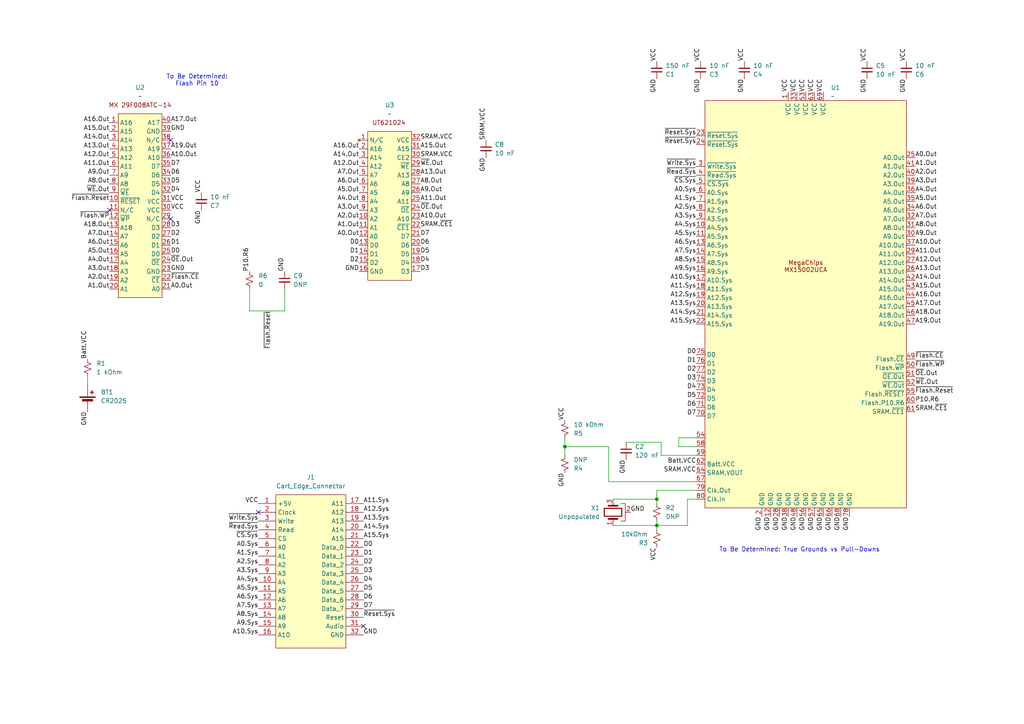
<source format=kicad_sch>
(kicad_sch
	(version 20231120)
	(generator "eeschema")
	(generator_version "8.0")
	(uuid "e36acc05-36af-4208-963d-b4f32444ce19")
	(paper "A4")
	(lib_symbols
		(symbol "Device:Battery_Cell"
			(pin_numbers hide)
			(pin_names
				(offset 0) hide)
			(exclude_from_sim no)
			(in_bom yes)
			(on_board yes)
			(property "Reference" "BT"
				(at 2.54 2.54 0)
				(effects
					(font
						(size 1.27 1.27)
					)
					(justify left)
				)
			)
			(property "Value" "Battery_Cell"
				(at 2.54 0 0)
				(effects
					(font
						(size 1.27 1.27)
					)
					(justify left)
				)
			)
			(property "Footprint" ""
				(at 0 1.524 90)
				(effects
					(font
						(size 1.27 1.27)
					)
					(hide yes)
				)
			)
			(property "Datasheet" "~"
				(at 0 1.524 90)
				(effects
					(font
						(size 1.27 1.27)
					)
					(hide yes)
				)
			)
			(property "Description" "Single-cell battery"
				(at 0 0 0)
				(effects
					(font
						(size 1.27 1.27)
					)
					(hide yes)
				)
			)
			(property "ki_keywords" "battery cell"
				(at 0 0 0)
				(effects
					(font
						(size 1.27 1.27)
					)
					(hide yes)
				)
			)
			(symbol "Battery_Cell_0_1"
				(rectangle
					(start -2.286 1.778)
					(end 2.286 1.524)
					(stroke
						(width 0)
						(type default)
					)
					(fill
						(type outline)
					)
				)
				(rectangle
					(start -1.524 1.016)
					(end 1.524 0.508)
					(stroke
						(width 0)
						(type default)
					)
					(fill
						(type outline)
					)
				)
				(polyline
					(pts
						(xy 0 0.762) (xy 0 0)
					)
					(stroke
						(width 0)
						(type default)
					)
					(fill
						(type none)
					)
				)
				(polyline
					(pts
						(xy 0 1.778) (xy 0 2.54)
					)
					(stroke
						(width 0)
						(type default)
					)
					(fill
						(type none)
					)
				)
				(polyline
					(pts
						(xy 0.762 3.048) (xy 1.778 3.048)
					)
					(stroke
						(width 0.254)
						(type default)
					)
					(fill
						(type none)
					)
				)
				(polyline
					(pts
						(xy 1.27 3.556) (xy 1.27 2.54)
					)
					(stroke
						(width 0.254)
						(type default)
					)
					(fill
						(type none)
					)
				)
			)
			(symbol "Battery_Cell_1_1"
				(pin passive line
					(at 0 5.08 270)
					(length 2.54)
					(name "+"
						(effects
							(font
								(size 1.27 1.27)
							)
						)
					)
					(number "1"
						(effects
							(font
								(size 1.27 1.27)
							)
						)
					)
				)
				(pin passive line
					(at 0 -2.54 90)
					(length 2.54)
					(name "-"
						(effects
							(font
								(size 1.27 1.27)
							)
						)
					)
					(number "2"
						(effects
							(font
								(size 1.27 1.27)
							)
						)
					)
				)
			)
		)
		(symbol "Device:C_Small"
			(pin_numbers hide)
			(pin_names
				(offset 0.254) hide)
			(exclude_from_sim no)
			(in_bom yes)
			(on_board yes)
			(property "Reference" "C"
				(at 0.254 1.778 0)
				(effects
					(font
						(size 1.27 1.27)
					)
					(justify left)
				)
			)
			(property "Value" "C_Small"
				(at 0.254 -2.032 0)
				(effects
					(font
						(size 1.27 1.27)
					)
					(justify left)
				)
			)
			(property "Footprint" ""
				(at 0 0 0)
				(effects
					(font
						(size 1.27 1.27)
					)
					(hide yes)
				)
			)
			(property "Datasheet" "~"
				(at 0 0 0)
				(effects
					(font
						(size 1.27 1.27)
					)
					(hide yes)
				)
			)
			(property "Description" "Unpolarized capacitor, small symbol"
				(at 0 0 0)
				(effects
					(font
						(size 1.27 1.27)
					)
					(hide yes)
				)
			)
			(property "ki_keywords" "capacitor cap"
				(at 0 0 0)
				(effects
					(font
						(size 1.27 1.27)
					)
					(hide yes)
				)
			)
			(property "ki_fp_filters" "C_*"
				(at 0 0 0)
				(effects
					(font
						(size 1.27 1.27)
					)
					(hide yes)
				)
			)
			(symbol "C_Small_0_1"
				(polyline
					(pts
						(xy -1.524 -0.508) (xy 1.524 -0.508)
					)
					(stroke
						(width 0.3302)
						(type default)
					)
					(fill
						(type none)
					)
				)
				(polyline
					(pts
						(xy -1.524 0.508) (xy 1.524 0.508)
					)
					(stroke
						(width 0.3048)
						(type default)
					)
					(fill
						(type none)
					)
				)
			)
			(symbol "C_Small_1_1"
				(pin passive line
					(at 0 2.54 270)
					(length 2.032)
					(name "~"
						(effects
							(font
								(size 1.27 1.27)
							)
						)
					)
					(number "1"
						(effects
							(font
								(size 1.27 1.27)
							)
						)
					)
				)
				(pin passive line
					(at 0 -2.54 90)
					(length 2.032)
					(name "~"
						(effects
							(font
								(size 1.27 1.27)
							)
						)
					)
					(number "2"
						(effects
							(font
								(size 1.27 1.27)
							)
						)
					)
				)
			)
		)
		(symbol "Device:Crystal_GND2"
			(pin_names
				(offset 1.016) hide)
			(exclude_from_sim no)
			(in_bom yes)
			(on_board yes)
			(property "Reference" "Y"
				(at 0 5.715 0)
				(effects
					(font
						(size 1.27 1.27)
					)
				)
			)
			(property "Value" "Crystal_GND2"
				(at 0 3.81 0)
				(effects
					(font
						(size 1.27 1.27)
					)
				)
			)
			(property "Footprint" ""
				(at 0 0 0)
				(effects
					(font
						(size 1.27 1.27)
					)
					(hide yes)
				)
			)
			(property "Datasheet" "~"
				(at 0 0 0)
				(effects
					(font
						(size 1.27 1.27)
					)
					(hide yes)
				)
			)
			(property "Description" "Three pin crystal, GND on pin 2"
				(at 0 0 0)
				(effects
					(font
						(size 1.27 1.27)
					)
					(hide yes)
				)
			)
			(property "ki_keywords" "quartz ceramic resonator oscillator"
				(at 0 0 0)
				(effects
					(font
						(size 1.27 1.27)
					)
					(hide yes)
				)
			)
			(property "ki_fp_filters" "Crystal*"
				(at 0 0 0)
				(effects
					(font
						(size 1.27 1.27)
					)
					(hide yes)
				)
			)
			(symbol "Crystal_GND2_0_1"
				(rectangle
					(start -1.143 2.54)
					(end 1.143 -2.54)
					(stroke
						(width 0.3048)
						(type default)
					)
					(fill
						(type none)
					)
				)
				(polyline
					(pts
						(xy -2.54 0) (xy -1.905 0)
					)
					(stroke
						(width 0)
						(type default)
					)
					(fill
						(type none)
					)
				)
				(polyline
					(pts
						(xy -1.905 -1.27) (xy -1.905 1.27)
					)
					(stroke
						(width 0.508)
						(type default)
					)
					(fill
						(type none)
					)
				)
				(polyline
					(pts
						(xy 0 -3.81) (xy 0 -3.556)
					)
					(stroke
						(width 0)
						(type default)
					)
					(fill
						(type none)
					)
				)
				(polyline
					(pts
						(xy 1.905 0) (xy 2.54 0)
					)
					(stroke
						(width 0)
						(type default)
					)
					(fill
						(type none)
					)
				)
				(polyline
					(pts
						(xy 1.905 1.27) (xy 1.905 -1.27)
					)
					(stroke
						(width 0.508)
						(type default)
					)
					(fill
						(type none)
					)
				)
				(polyline
					(pts
						(xy -2.54 -2.286) (xy -2.54 -3.556) (xy 2.54 -3.556) (xy 2.54 -2.286)
					)
					(stroke
						(width 0)
						(type default)
					)
					(fill
						(type none)
					)
				)
			)
			(symbol "Crystal_GND2_1_1"
				(pin passive line
					(at -3.81 0 0)
					(length 1.27)
					(name "1"
						(effects
							(font
								(size 1.27 1.27)
							)
						)
					)
					(number "1"
						(effects
							(font
								(size 1.27 1.27)
							)
						)
					)
				)
				(pin passive line
					(at 0 -5.08 90)
					(length 1.27)
					(name "2"
						(effects
							(font
								(size 1.27 1.27)
							)
						)
					)
					(number "2"
						(effects
							(font
								(size 1.27 1.27)
							)
						)
					)
				)
				(pin passive line
					(at 3.81 0 180)
					(length 1.27)
					(name "3"
						(effects
							(font
								(size 1.27 1.27)
							)
						)
					)
					(number "3"
						(effects
							(font
								(size 1.27 1.27)
							)
						)
					)
				)
			)
		)
		(symbol "Device:R_Small_US"
			(pin_numbers hide)
			(pin_names
				(offset 0.254) hide)
			(exclude_from_sim no)
			(in_bom yes)
			(on_board yes)
			(property "Reference" "R"
				(at 0.762 0.508 0)
				(effects
					(font
						(size 1.27 1.27)
					)
					(justify left)
				)
			)
			(property "Value" "R_Small_US"
				(at 0.762 -1.016 0)
				(effects
					(font
						(size 1.27 1.27)
					)
					(justify left)
				)
			)
			(property "Footprint" ""
				(at 0 0 0)
				(effects
					(font
						(size 1.27 1.27)
					)
					(hide yes)
				)
			)
			(property "Datasheet" "~"
				(at 0 0 0)
				(effects
					(font
						(size 1.27 1.27)
					)
					(hide yes)
				)
			)
			(property "Description" "Resistor, small US symbol"
				(at 0 0 0)
				(effects
					(font
						(size 1.27 1.27)
					)
					(hide yes)
				)
			)
			(property "ki_keywords" "r resistor"
				(at 0 0 0)
				(effects
					(font
						(size 1.27 1.27)
					)
					(hide yes)
				)
			)
			(property "ki_fp_filters" "R_*"
				(at 0 0 0)
				(effects
					(font
						(size 1.27 1.27)
					)
					(hide yes)
				)
			)
			(symbol "R_Small_US_1_1"
				(polyline
					(pts
						(xy 0 0) (xy 1.016 -0.381) (xy 0 -0.762) (xy -1.016 -1.143) (xy 0 -1.524)
					)
					(stroke
						(width 0)
						(type default)
					)
					(fill
						(type none)
					)
				)
				(polyline
					(pts
						(xy 0 1.524) (xy 1.016 1.143) (xy 0 0.762) (xy -1.016 0.381) (xy 0 0)
					)
					(stroke
						(width 0)
						(type default)
					)
					(fill
						(type none)
					)
				)
				(pin passive line
					(at 0 2.54 270)
					(length 1.016)
					(name "~"
						(effects
							(font
								(size 1.27 1.27)
							)
						)
					)
					(number "1"
						(effects
							(font
								(size 1.27 1.27)
							)
						)
					)
				)
				(pin passive line
					(at 0 -2.54 90)
					(length 1.016)
					(name "~"
						(effects
							(font
								(size 1.27 1.27)
							)
						)
					)
					(number "2"
						(effects
							(font
								(size 1.27 1.27)
							)
						)
					)
				)
			)
		)
		(symbol "Gameboy:8M-Flash"
			(exclude_from_sim no)
			(in_bom yes)
			(on_board yes)
			(property "Reference" "U2"
				(at 8.89 10.16 0)
				(effects
					(font
						(size 1.27 1.27)
					)
				)
			)
			(property "Value" "~"
				(at 8.89 7.62 0)
				(effects
					(font
						(size 1.27 1.27)
					)
				)
			)
			(property "Footprint" "Gameboy:FLASH"
				(at 0 0 0)
				(effects
					(font
						(size 1.27 1.27)
					)
					(hide yes)
				)
			)
			(property "Datasheet" ""
				(at 0 0 0)
				(effects
					(font
						(size 1.27 1.27)
					)
					(hide yes)
				)
			)
			(property "Description" ""
				(at 0 0 0)
				(effects
					(font
						(size 1.27 1.27)
					)
					(hide yes)
				)
			)
			(symbol "8M-Flash_0_0"
				(pin input line
					(at 0 0 0)
					(length 2.54)
					(name "A16"
						(effects
							(font
								(size 1.27 1.27)
							)
						)
					)
					(number "1"
						(effects
							(font
								(size 1.27 1.27)
							)
						)
					)
				)
				(pin unspecified line
					(at 0 -25.4 0)
					(length 2.54)
					(name "N/C"
						(effects
							(font
								(size 1.27 1.27)
							)
						)
					)
					(number "11"
						(effects
							(font
								(size 1.27 1.27)
							)
						)
					)
				)
				(pin input line
					(at 0 -33.02 0)
					(length 2.54)
					(name "A7"
						(effects
							(font
								(size 1.27 1.27)
							)
						)
					)
					(number "14"
						(effects
							(font
								(size 1.27 1.27)
							)
						)
					)
				)
				(pin input line
					(at 0 -35.56 0)
					(length 2.54)
					(name "A6"
						(effects
							(font
								(size 1.27 1.27)
							)
						)
					)
					(number "15"
						(effects
							(font
								(size 1.27 1.27)
							)
						)
					)
				)
				(pin input line
					(at 0 -38.1 0)
					(length 2.54)
					(name "A5"
						(effects
							(font
								(size 1.27 1.27)
							)
						)
					)
					(number "16"
						(effects
							(font
								(size 1.27 1.27)
							)
						)
					)
				)
				(pin input line
					(at 0 -40.64 0)
					(length 2.54)
					(name "A4"
						(effects
							(font
								(size 1.27 1.27)
							)
						)
					)
					(number "17"
						(effects
							(font
								(size 1.27 1.27)
							)
						)
					)
				)
				(pin input line
					(at 0 -43.18 0)
					(length 2.54)
					(name "A3"
						(effects
							(font
								(size 1.27 1.27)
							)
						)
					)
					(number "18"
						(effects
							(font
								(size 1.27 1.27)
							)
						)
					)
				)
				(pin input line
					(at 0 -45.72 0)
					(length 2.54)
					(name "A2"
						(effects
							(font
								(size 1.27 1.27)
							)
						)
					)
					(number "19"
						(effects
							(font
								(size 1.27 1.27)
							)
						)
					)
				)
				(pin input line
					(at 0 -2.54 0)
					(length 2.54)
					(name "A15"
						(effects
							(font
								(size 1.27 1.27)
							)
						)
					)
					(number "2"
						(effects
							(font
								(size 1.27 1.27)
							)
						)
					)
				)
				(pin input line
					(at 0 -48.26 0)
					(length 2.54)
					(name "A1"
						(effects
							(font
								(size 1.27 1.27)
							)
						)
					)
					(number "20"
						(effects
							(font
								(size 1.27 1.27)
							)
						)
					)
				)
				(pin input line
					(at 17.78 -48.26 180)
					(length 2.54)
					(name "A0"
						(effects
							(font
								(size 1.27 1.27)
							)
						)
					)
					(number "21"
						(effects
							(font
								(size 1.27 1.27)
							)
						)
					)
				)
				(pin power_in line
					(at 17.78 -43.18 180)
					(length 2.54)
					(name "GND"
						(effects
							(font
								(size 1.27 1.27)
							)
						)
					)
					(number "23"
						(effects
							(font
								(size 1.27 1.27)
							)
						)
					)
				)
				(pin input line
					(at 17.78 -40.64 180)
					(length 2.54)
					(name "~{OE}"
						(effects
							(font
								(size 1.27 1.27)
							)
						)
					)
					(number "24"
						(effects
							(font
								(size 1.27 1.27)
							)
						)
					)
				)
				(pin bidirectional line
					(at 17.78 -38.1 180)
					(length 2.54)
					(name "D0"
						(effects
							(font
								(size 1.27 1.27)
							)
						)
					)
					(number "25"
						(effects
							(font
								(size 1.27 1.27)
							)
						)
					)
				)
				(pin bidirectional line
					(at 17.78 -35.56 180)
					(length 2.54)
					(name "D1"
						(effects
							(font
								(size 1.27 1.27)
							)
						)
					)
					(number "26"
						(effects
							(font
								(size 1.27 1.27)
							)
						)
					)
				)
				(pin bidirectional line
					(at 17.78 -33.02 180)
					(length 2.54)
					(name "D2"
						(effects
							(font
								(size 1.27 1.27)
							)
						)
					)
					(number "27"
						(effects
							(font
								(size 1.27 1.27)
							)
						)
					)
				)
				(pin bidirectional line
					(at 17.78 -30.48 180)
					(length 2.54)
					(name "D3"
						(effects
							(font
								(size 1.27 1.27)
							)
						)
					)
					(number "28"
						(effects
							(font
								(size 1.27 1.27)
							)
						)
					)
				)
				(pin unspecified line
					(at 17.78 -27.94 180)
					(length 2.54)
					(name "N/C"
						(effects
							(font
								(size 1.27 1.27)
							)
						)
					)
					(number "29"
						(effects
							(font
								(size 1.27 1.27)
							)
						)
					)
				)
				(pin input line
					(at 0 -5.08 0)
					(length 2.54)
					(name "A14"
						(effects
							(font
								(size 1.27 1.27)
							)
						)
					)
					(number "3"
						(effects
							(font
								(size 1.27 1.27)
							)
						)
					)
				)
				(pin power_in line
					(at 17.78 -25.4 180)
					(length 2.54)
					(name "VCC"
						(effects
							(font
								(size 1.27 1.27)
							)
						)
					)
					(number "30"
						(effects
							(font
								(size 1.27 1.27)
							)
						)
					)
				)
				(pin power_in line
					(at 17.78 -22.86 180)
					(length 2.54)
					(name "VCC"
						(effects
							(font
								(size 1.27 1.27)
							)
						)
					)
					(number "31"
						(effects
							(font
								(size 1.27 1.27)
							)
						)
					)
				)
				(pin bidirectional line
					(at 17.78 -20.32 180)
					(length 2.54)
					(name "D4"
						(effects
							(font
								(size 1.27 1.27)
							)
						)
					)
					(number "32"
						(effects
							(font
								(size 1.27 1.27)
							)
						)
					)
				)
				(pin bidirectional line
					(at 17.78 -17.78 180)
					(length 2.54)
					(name "D5"
						(effects
							(font
								(size 1.27 1.27)
							)
						)
					)
					(number "33"
						(effects
							(font
								(size 1.27 1.27)
							)
						)
					)
				)
				(pin bidirectional line
					(at 17.78 -15.24 180)
					(length 2.54)
					(name "D6"
						(effects
							(font
								(size 1.27 1.27)
							)
						)
					)
					(number "34"
						(effects
							(font
								(size 1.27 1.27)
							)
						)
					)
				)
				(pin bidirectional line
					(at 17.78 -12.7 180)
					(length 2.54)
					(name "D7"
						(effects
							(font
								(size 1.27 1.27)
							)
						)
					)
					(number "35"
						(effects
							(font
								(size 1.27 1.27)
							)
						)
					)
				)
				(pin input line
					(at 17.78 -10.16 180)
					(length 2.54)
					(name "A10"
						(effects
							(font
								(size 1.27 1.27)
							)
						)
					)
					(number "36"
						(effects
							(font
								(size 1.27 1.27)
							)
						)
					)
				)
				(pin unspecified line
					(at 17.78 -5.08 180)
					(length 2.54)
					(name "N/C"
						(effects
							(font
								(size 1.27 1.27)
							)
						)
					)
					(number "38"
						(effects
							(font
								(size 1.27 1.27)
							)
						)
					)
				)
				(pin power_in line
					(at 17.78 -2.54 180)
					(length 2.54)
					(name "GND"
						(effects
							(font
								(size 1.27 1.27)
							)
						)
					)
					(number "39"
						(effects
							(font
								(size 1.27 1.27)
							)
						)
					)
				)
				(pin input line
					(at 0 -7.62 0)
					(length 2.54)
					(name "A13"
						(effects
							(font
								(size 1.27 1.27)
							)
						)
					)
					(number "4"
						(effects
							(font
								(size 1.27 1.27)
							)
						)
					)
				)
				(pin input line
					(at 0 -10.16 0)
					(length 2.54)
					(name "A12"
						(effects
							(font
								(size 1.27 1.27)
							)
						)
					)
					(number "5"
						(effects
							(font
								(size 1.27 1.27)
							)
						)
					)
				)
				(pin input line
					(at 0 -12.7 0)
					(length 2.54)
					(name "A11"
						(effects
							(font
								(size 1.27 1.27)
							)
						)
					)
					(number "6"
						(effects
							(font
								(size 1.27 1.27)
							)
						)
					)
				)
				(pin input line
					(at 0 -15.24 0)
					(length 2.54)
					(name "A9"
						(effects
							(font
								(size 1.27 1.27)
							)
						)
					)
					(number "7"
						(effects
							(font
								(size 1.27 1.27)
							)
						)
					)
				)
				(pin input line
					(at 0 -17.78 0)
					(length 2.54)
					(name "A8"
						(effects
							(font
								(size 1.27 1.27)
							)
						)
					)
					(number "8"
						(effects
							(font
								(size 1.27 1.27)
							)
						)
					)
				)
				(pin input line
					(at 0 -20.32 0)
					(length 2.54)
					(name "~{WE}"
						(effects
							(font
								(size 1.27 1.27)
							)
						)
					)
					(number "9"
						(effects
							(font
								(size 1.27 1.27)
							)
						)
					)
				)
			)
			(symbol "8M-Flash_1_0"
				(pin input line
					(at 0 -22.86 0)
					(length 2.54)
					(name "~{RESET}"
						(effects
							(font
								(size 1.27 1.27)
							)
						)
					)
					(number "10"
						(effects
							(font
								(size 1.27 1.27)
							)
						)
					)
				)
				(pin input line
					(at 0 -27.94 0)
					(length 2.54)
					(name "~{WP}"
						(effects
							(font
								(size 1.27 1.27)
							)
						)
					)
					(number "12"
						(effects
							(font
								(size 1.27 1.27)
							)
						)
					)
				)
				(pin input line
					(at 0 -30.48 0)
					(length 2.54)
					(name "A18"
						(effects
							(font
								(size 1.27 1.27)
							)
						)
					)
					(number "13"
						(effects
							(font
								(size 1.27 1.27)
							)
						)
					)
				)
				(pin input line
					(at 17.78 -45.72 180)
					(length 2.54)
					(name "~{CE}"
						(effects
							(font
								(size 1.27 1.27)
							)
						)
					)
					(number "22"
						(effects
							(font
								(size 1.27 1.27)
							)
						)
					)
				)
				(pin input line
					(at 17.78 -7.62 180)
					(length 2.54)
					(name "A19"
						(effects
							(font
								(size 1.27 1.27)
							)
						)
					)
					(number "37"
						(effects
							(font
								(size 1.27 1.27)
							)
						)
					)
				)
				(pin input line
					(at 17.78 0 180)
					(length 2.54)
					(name "A17"
						(effects
							(font
								(size 1.27 1.27)
							)
						)
					)
					(number "40"
						(effects
							(font
								(size 1.27 1.27)
							)
						)
					)
				)
			)
			(symbol "8M-Flash_1_1"
				(rectangle
					(start 2.54 2.54)
					(end 15.24 -50.8)
					(stroke
						(width 0)
						(type default)
					)
					(fill
						(type background)
					)
				)
				(text "MX 29F008ATC-14"
					(at 8.89 5.08 0)
					(effects
						(font
							(size 1.27 1.27)
						)
					)
				)
			)
		)
		(symbol "Gameboy:G-MMC1"
			(exclude_from_sim no)
			(in_bom yes)
			(on_board yes)
			(property "Reference" "U1"
				(at 7.2741 46.99 0)
				(effects
					(font
						(size 1.27 1.27)
					)
					(justify left)
				)
			)
			(property "Value" "~"
				(at 7.2741 44.45 0)
				(effects
					(font
						(size 1.27 1.27)
					)
					(justify left)
				)
			)
			(property "Footprint" "Gameboy:G-MMC1"
				(at 0 0 0)
				(effects
					(font
						(size 1.27 1.27)
					)
					(hide yes)
				)
			)
			(property "Datasheet" ""
				(at 0 0 0)
				(effects
					(font
						(size 1.27 1.27)
					)
					(hide yes)
				)
			)
			(property "Description" ""
				(at 0 0 0)
				(effects
					(font
						(size 1.27 1.27)
					)
					(hide yes)
				)
			)
			(symbol "G-MMC1_0_0"
				(pin power_in line
					(at -5.08 45.72 270)
					(length 2.54)
					(name "VCC"
						(effects
							(font
								(size 1.27 1.27)
							)
						)
					)
					(number "1"
						(effects
							(font
								(size 1.27 1.27)
							)
						)
					)
				)
				(pin input line
					(at -31.75 6.35 0)
					(length 2.54)
					(name "A4.Sys"
						(effects
							(font
								(size 1.27 1.27)
							)
						)
					)
					(number "10"
						(effects
							(font
								(size 1.27 1.27)
							)
						)
					)
				)
				(pin input line
					(at -31.75 3.81 0)
					(length 2.54)
					(name "A5.Sys"
						(effects
							(font
								(size 1.27 1.27)
							)
						)
					)
					(number "11"
						(effects
							(font
								(size 1.27 1.27)
							)
						)
					)
				)
				(pin power_in line
					(at -10.16 -77.47 90)
					(length 2.54)
					(name "GND"
						(effects
							(font
								(size 1.27 1.27)
							)
						)
					)
					(number "12"
						(effects
							(font
								(size 1.27 1.27)
							)
						)
					)
				)
				(pin input line
					(at -31.75 1.27 0)
					(length 2.54)
					(name "A6.Sys"
						(effects
							(font
								(size 1.27 1.27)
							)
						)
					)
					(number "13"
						(effects
							(font
								(size 1.27 1.27)
							)
						)
					)
				)
				(pin input line
					(at -31.75 -1.27 0)
					(length 2.54)
					(name "A7.Sys"
						(effects
							(font
								(size 1.27 1.27)
							)
						)
					)
					(number "14"
						(effects
							(font
								(size 1.27 1.27)
							)
						)
					)
				)
				(pin input line
					(at -31.75 -3.81 0)
					(length 2.54)
					(name "A8.Sys"
						(effects
							(font
								(size 1.27 1.27)
							)
						)
					)
					(number "15"
						(effects
							(font
								(size 1.27 1.27)
							)
						)
					)
				)
				(pin input line
					(at -31.75 -6.35 0)
					(length 2.54)
					(name "A9.Sys"
						(effects
							(font
								(size 1.27 1.27)
							)
						)
					)
					(number "16"
						(effects
							(font
								(size 1.27 1.27)
							)
						)
					)
				)
				(pin input line
					(at -31.75 -8.89 0)
					(length 2.54)
					(name "A10.Sys"
						(effects
							(font
								(size 1.27 1.27)
							)
						)
					)
					(number "17"
						(effects
							(font
								(size 1.27 1.27)
							)
						)
					)
				)
				(pin input line
					(at -31.75 -11.43 0)
					(length 2.54)
					(name "A11.Sys"
						(effects
							(font
								(size 1.27 1.27)
							)
						)
					)
					(number "18"
						(effects
							(font
								(size 1.27 1.27)
							)
						)
					)
				)
				(pin input line
					(at -31.75 -13.97 0)
					(length 2.54)
					(name "A12.Sys"
						(effects
							(font
								(size 1.27 1.27)
							)
						)
					)
					(number "19"
						(effects
							(font
								(size 1.27 1.27)
							)
						)
					)
				)
				(pin power_in line
					(at -12.7 -77.47 90)
					(length 2.54)
					(name "GND"
						(effects
							(font
								(size 1.27 1.27)
							)
						)
					)
					(number "2"
						(effects
							(font
								(size 1.27 1.27)
							)
						)
					)
				)
				(pin input line
					(at -31.75 -16.51 0)
					(length 2.54)
					(name "A13.Sys"
						(effects
							(font
								(size 1.27 1.27)
							)
						)
					)
					(number "20"
						(effects
							(font
								(size 1.27 1.27)
							)
						)
					)
				)
				(pin input line
					(at -31.75 -19.05 0)
					(length 2.54)
					(name "A14.Sys"
						(effects
							(font
								(size 1.27 1.27)
							)
						)
					)
					(number "21"
						(effects
							(font
								(size 1.27 1.27)
							)
						)
					)
				)
				(pin input line
					(at -31.75 -21.59 0)
					(length 2.54)
					(name "A15.Sys"
						(effects
							(font
								(size 1.27 1.27)
							)
						)
					)
					(number "22"
						(effects
							(font
								(size 1.27 1.27)
							)
						)
					)
				)
				(pin input line
					(at -31.75 33.02 0)
					(length 2.54)
					(name "~{Reset.Sys}"
						(effects
							(font
								(size 1.27 1.27)
							)
						)
					)
					(number "23"
						(effects
							(font
								(size 1.27 1.27)
							)
						)
					)
				)
				(pin input line
					(at -31.75 30.48 0)
					(length 2.54)
					(name "~{Reset.Sys}"
						(effects
							(font
								(size 1.27 1.27)
							)
						)
					)
					(number "24"
						(effects
							(font
								(size 1.27 1.27)
							)
						)
					)
				)
				(pin output line
					(at 31.75 26.67 180)
					(length 2.54)
					(name "A0.Out"
						(effects
							(font
								(size 1.27 1.27)
							)
						)
					)
					(number "25"
						(effects
							(font
								(size 1.27 1.27)
							)
						)
					)
				)
				(pin output line
					(at 31.75 -6.35 180)
					(length 2.54)
					(name "A13.Out"
						(effects
							(font
								(size 1.27 1.27)
							)
						)
					)
					(number "26"
						(effects
							(font
								(size 1.27 1.27)
							)
						)
					)
				)
				(pin output line
					(at 31.75 -3.81 180)
					(length 2.54)
					(name "A12.Out"
						(effects
							(font
								(size 1.27 1.27)
							)
						)
					)
					(number "27"
						(effects
							(font
								(size 1.27 1.27)
							)
						)
					)
				)
				(pin power_in line
					(at -7.62 -77.47 90)
					(length 2.54)
					(name "GND"
						(effects
							(font
								(size 1.27 1.27)
							)
						)
					)
					(number "28"
						(effects
							(font
								(size 1.27 1.27)
							)
						)
					)
				)
				(pin output line
					(at 31.75 -1.27 180)
					(length 2.54)
					(name "A11.Out"
						(effects
							(font
								(size 1.27 1.27)
							)
						)
					)
					(number "29"
						(effects
							(font
								(size 1.27 1.27)
							)
						)
					)
				)
				(pin input line
					(at -31.75 24.13 0)
					(length 2.54)
					(name "~{Write.Sys}"
						(effects
							(font
								(size 1.27 1.27)
							)
						)
					)
					(number "3"
						(effects
							(font
								(size 1.27 1.27)
							)
						)
					)
				)
				(pin output line
					(at 31.75 3.81 180)
					(length 2.54)
					(name "A9.Out"
						(effects
							(font
								(size 1.27 1.27)
							)
						)
					)
					(number "30"
						(effects
							(font
								(size 1.27 1.27)
							)
						)
					)
				)
				(pin output line
					(at 31.75 6.35 180)
					(length 2.54)
					(name "A8.Out"
						(effects
							(font
								(size 1.27 1.27)
							)
						)
					)
					(number "31"
						(effects
							(font
								(size 1.27 1.27)
							)
						)
					)
				)
				(pin output line
					(at 31.75 8.89 180)
					(length 2.54)
					(name "A7.Out"
						(effects
							(font
								(size 1.27 1.27)
							)
						)
					)
					(number "32"
						(effects
							(font
								(size 1.27 1.27)
							)
						)
					)
				)
				(pin power_in line
					(at -2.54 45.72 270)
					(length 2.54)
					(name "VCC"
						(effects
							(font
								(size 1.27 1.27)
							)
						)
					)
					(number "33"
						(effects
							(font
								(size 1.27 1.27)
							)
						)
					)
				)
				(pin output line
					(at 31.75 11.43 180)
					(length 2.54)
					(name "A6.Out"
						(effects
							(font
								(size 1.27 1.27)
							)
						)
					)
					(number "34"
						(effects
							(font
								(size 1.27 1.27)
							)
						)
					)
				)
				(pin output line
					(at 31.75 13.97 180)
					(length 2.54)
					(name "A5.Out"
						(effects
							(font
								(size 1.27 1.27)
							)
						)
					)
					(number "35"
						(effects
							(font
								(size 1.27 1.27)
							)
						)
					)
				)
				(pin output line
					(at 31.75 16.51 180)
					(length 2.54)
					(name "A4.Out"
						(effects
							(font
								(size 1.27 1.27)
							)
						)
					)
					(number "36"
						(effects
							(font
								(size 1.27 1.27)
							)
						)
					)
				)
				(pin output line
					(at 31.75 1.27 180)
					(length 2.54)
					(name "A10.Out"
						(effects
							(font
								(size 1.27 1.27)
							)
						)
					)
					(number "37"
						(effects
							(font
								(size 1.27 1.27)
							)
						)
					)
				)
				(pin power_in line
					(at -5.08 -77.47 90)
					(length 2.54)
					(name "GND"
						(effects
							(font
								(size 1.27 1.27)
							)
						)
					)
					(number "38"
						(effects
							(font
								(size 1.27 1.27)
							)
						)
					)
				)
				(pin output line
					(at 31.75 19.05 180)
					(length 2.54)
					(name "A3.Out"
						(effects
							(font
								(size 1.27 1.27)
							)
						)
					)
					(number "39"
						(effects
							(font
								(size 1.27 1.27)
							)
						)
					)
				)
				(pin input line
					(at -31.75 21.59 0)
					(length 2.54)
					(name "~{Read.Sys}"
						(effects
							(font
								(size 1.27 1.27)
							)
						)
					)
					(number "4"
						(effects
							(font
								(size 1.27 1.27)
							)
						)
					)
				)
				(pin output line
					(at 31.75 21.59 180)
					(length 2.54)
					(name "A2.Out"
						(effects
							(font
								(size 1.27 1.27)
							)
						)
					)
					(number "40"
						(effects
							(font
								(size 1.27 1.27)
							)
						)
					)
				)
				(pin output line
					(at 31.75 24.13 180)
					(length 2.54)
					(name "A1.Out"
						(effects
							(font
								(size 1.27 1.27)
							)
						)
					)
					(number "41"
						(effects
							(font
								(size 1.27 1.27)
							)
						)
					)
				)
				(pin output line
					(at 31.75 -8.89 180)
					(length 2.54)
					(name "A14.Out"
						(effects
							(font
								(size 1.27 1.27)
							)
						)
					)
					(number "42"
						(effects
							(font
								(size 1.27 1.27)
							)
						)
					)
				)
				(pin output line
					(at 31.75 -11.43 180)
					(length 2.54)
					(name "A15.Out"
						(effects
							(font
								(size 1.27 1.27)
							)
						)
					)
					(number "43"
						(effects
							(font
								(size 1.27 1.27)
							)
						)
					)
				)
				(pin output line
					(at 31.75 -13.97 180)
					(length 2.54)
					(name "A16.Out"
						(effects
							(font
								(size 1.27 1.27)
							)
						)
					)
					(number "44"
						(effects
							(font
								(size 1.27 1.27)
							)
						)
					)
				)
				(pin power_in line
					(at -2.54 -77.47 90)
					(length 2.54)
					(name "GND"
						(effects
							(font
								(size 1.27 1.27)
							)
						)
					)
					(number "48"
						(effects
							(font
								(size 1.27 1.27)
							)
						)
					)
				)
				(pin input line
					(at -31.75 19.05 0)
					(length 2.54)
					(name "~{CS.Sys}"
						(effects
							(font
								(size 1.27 1.27)
							)
						)
					)
					(number "5"
						(effects
							(font
								(size 1.27 1.27)
							)
						)
					)
				)
				(pin output line
					(at 31.75 -36.83 180)
					(length 2.54)
					(name "~{OE.Out}"
						(effects
							(font
								(size 1.27 1.27)
							)
						)
					)
					(number "51"
						(effects
							(font
								(size 1.27 1.27)
							)
						)
					)
				)
				(pin output line
					(at 31.75 -39.37 180)
					(length 2.54)
					(name "~{WE.Out}"
						(effects
							(font
								(size 1.27 1.27)
							)
						)
					)
					(number "52"
						(effects
							(font
								(size 1.27 1.27)
							)
						)
					)
				)
				(pin power_in line
					(at 0 45.72 270)
					(length 2.54)
					(name "VCC"
						(effects
							(font
								(size 1.27 1.27)
							)
						)
					)
					(number "53"
						(effects
							(font
								(size 1.27 1.27)
							)
						)
					)
				)
				(pin unspecified line
					(at -31.75 -54.61 0)
					(length 2.54)
					(name ""
						(effects
							(font
								(size 1.27 1.27)
							)
						)
					)
					(number "54"
						(effects
							(font
								(size 1.27 1.27)
							)
						)
					)
				)
				(pin power_in line
					(at 0 -77.47 90)
					(length 2.54)
					(name "GND"
						(effects
							(font
								(size 1.27 1.27)
							)
						)
					)
					(number "56"
						(effects
							(font
								(size 1.27 1.27)
							)
						)
					)
				)
				(pin power_in line
					(at 2.54 -77.47 90)
					(length 2.54)
					(name "GND"
						(effects
							(font
								(size 1.27 1.27)
							)
						)
					)
					(number "57"
						(effects
							(font
								(size 1.27 1.27)
							)
						)
					)
				)
				(pin unspecified line
					(at -31.75 -57.15 0)
					(length 2.54)
					(name ""
						(effects
							(font
								(size 1.27 1.27)
							)
						)
					)
					(number "58"
						(effects
							(font
								(size 1.27 1.27)
							)
						)
					)
				)
				(pin unspecified line
					(at -31.75 -59.69 0)
					(length 2.54)
					(name ""
						(effects
							(font
								(size 1.27 1.27)
							)
						)
					)
					(number "59"
						(effects
							(font
								(size 1.27 1.27)
							)
						)
					)
				)
				(pin input line
					(at -31.75 16.51 0)
					(length 2.54)
					(name "A0.Sys"
						(effects
							(font
								(size 1.27 1.27)
							)
						)
					)
					(number "6"
						(effects
							(font
								(size 1.27 1.27)
							)
						)
					)
				)
				(pin unspecified line
					(at 31.75 -44.45 180)
					(length 2.54)
					(name "Flash.P10.R6"
						(effects
							(font
								(size 1.27 1.27)
							)
						)
					)
					(number "60"
						(effects
							(font
								(size 1.27 1.27)
							)
						)
					)
				)
				(pin output line
					(at 31.75 -46.99 180)
					(length 2.54)
					(name "SRAM.~{CE1}"
						(effects
							(font
								(size 1.27 1.27)
							)
						)
					)
					(number "61"
						(effects
							(font
								(size 1.27 1.27)
							)
						)
					)
				)
				(pin input line
					(at -31.75 -62.23 0)
					(length 2.54)
					(name "Batt.VCC"
						(effects
							(font
								(size 1.27 1.27)
							)
						)
					)
					(number "62"
						(effects
							(font
								(size 1.27 1.27)
							)
						)
					)
				)
				(pin power_in line
					(at 2.54 45.72 270)
					(length 2.54)
					(name "VCC"
						(effects
							(font
								(size 1.27 1.27)
							)
						)
					)
					(number "63"
						(effects
							(font
								(size 1.27 1.27)
							)
						)
					)
				)
				(pin power_in line
					(at 5.08 -77.47 90)
					(length 2.54)
					(name "GND"
						(effects
							(font
								(size 1.27 1.27)
							)
						)
					)
					(number "65"
						(effects
							(font
								(size 1.27 1.27)
							)
						)
					)
				)
				(pin power_in line
					(at 7.62 -77.47 90)
					(length 2.54)
					(name "GND"
						(effects
							(font
								(size 1.27 1.27)
							)
						)
					)
					(number "66"
						(effects
							(font
								(size 1.27 1.27)
							)
						)
					)
				)
				(pin power_in line
					(at 10.16 -77.47 90)
					(length 2.54)
					(name "GND"
						(effects
							(font
								(size 1.27 1.27)
							)
						)
					)
					(number "68"
						(effects
							(font
								(size 1.27 1.27)
							)
						)
					)
				)
				(pin power_in line
					(at 5.08 45.72 270)
					(length 2.54)
					(name "VCC"
						(effects
							(font
								(size 1.27 1.27)
							)
						)
					)
					(number "69"
						(effects
							(font
								(size 1.27 1.27)
							)
						)
					)
				)
				(pin input line
					(at -31.75 13.97 0)
					(length 2.54)
					(name "A1.Sys"
						(effects
							(font
								(size 1.27 1.27)
							)
						)
					)
					(number "7"
						(effects
							(font
								(size 1.27 1.27)
							)
						)
					)
				)
				(pin input line
					(at -31.75 -48.26 0)
					(length 2.54)
					(name "D7"
						(effects
							(font
								(size 1.27 1.27)
							)
						)
					)
					(number "70"
						(effects
							(font
								(size 1.27 1.27)
							)
						)
					)
				)
				(pin input line
					(at -31.75 -45.72 0)
					(length 2.54)
					(name "D6"
						(effects
							(font
								(size 1.27 1.27)
							)
						)
					)
					(number "71"
						(effects
							(font
								(size 1.27 1.27)
							)
						)
					)
				)
				(pin input line
					(at -31.75 -43.18 0)
					(length 2.54)
					(name "D5"
						(effects
							(font
								(size 1.27 1.27)
							)
						)
					)
					(number "72"
						(effects
							(font
								(size 1.27 1.27)
							)
						)
					)
				)
				(pin input line
					(at -31.75 -40.64 0)
					(length 2.54)
					(name "D4"
						(effects
							(font
								(size 1.27 1.27)
							)
						)
					)
					(number "73"
						(effects
							(font
								(size 1.27 1.27)
							)
						)
					)
				)
				(pin input line
					(at -31.75 -38.1 0)
					(length 2.54)
					(name "D3"
						(effects
							(font
								(size 1.27 1.27)
							)
						)
					)
					(number "74"
						(effects
							(font
								(size 1.27 1.27)
							)
						)
					)
				)
				(pin input line
					(at -31.75 -30.48 0)
					(length 2.54)
					(name "D0"
						(effects
							(font
								(size 1.27 1.27)
							)
						)
					)
					(number "75"
						(effects
							(font
								(size 1.27 1.27)
							)
						)
					)
				)
				(pin input line
					(at -31.75 -33.02 0)
					(length 2.54)
					(name "D1"
						(effects
							(font
								(size 1.27 1.27)
							)
						)
					)
					(number "76"
						(effects
							(font
								(size 1.27 1.27)
							)
						)
					)
				)
				(pin input line
					(at -31.75 -35.56 0)
					(length 2.54)
					(name "D2"
						(effects
							(font
								(size 1.27 1.27)
							)
						)
					)
					(number "77"
						(effects
							(font
								(size 1.27 1.27)
							)
						)
					)
				)
				(pin power_in line
					(at 12.7 -77.47 90)
					(length 2.54)
					(name "GND"
						(effects
							(font
								(size 1.27 1.27)
							)
						)
					)
					(number "78"
						(effects
							(font
								(size 1.27 1.27)
							)
						)
					)
				)
				(pin output line
					(at -31.75 -69.85 0)
					(length 2.54)
					(name "Clk.Out"
						(effects
							(font
								(size 1.27 1.27)
							)
						)
					)
					(number "79"
						(effects
							(font
								(size 1.27 1.27)
							)
						)
					)
				)
				(pin input line
					(at -31.75 11.43 0)
					(length 2.54)
					(name "A2.Sys"
						(effects
							(font
								(size 1.27 1.27)
							)
						)
					)
					(number "8"
						(effects
							(font
								(size 1.27 1.27)
							)
						)
					)
				)
				(pin input line
					(at -31.75 -72.39 0)
					(length 2.54)
					(name "Clk.In"
						(effects
							(font
								(size 1.27 1.27)
							)
						)
					)
					(number "80"
						(effects
							(font
								(size 1.27 1.27)
							)
						)
					)
				)
				(pin input line
					(at -31.75 8.89 0)
					(length 2.54)
					(name "A3.Sys"
						(effects
							(font
								(size 1.27 1.27)
							)
						)
					)
					(number "9"
						(effects
							(font
								(size 1.27 1.27)
							)
						)
					)
				)
			)
			(symbol "G-MMC1_1_0"
				(pin output line
					(at 31.75 -16.51 180)
					(length 2.54)
					(name "A17.Out"
						(effects
							(font
								(size 1.27 1.27)
							)
						)
					)
					(number "45"
						(effects
							(font
								(size 1.27 1.27)
							)
						)
					)
				)
				(pin output line
					(at 31.75 -19.05 180)
					(length 2.54)
					(name "A18.Out"
						(effects
							(font
								(size 1.27 1.27)
							)
						)
					)
					(number "46"
						(effects
							(font
								(size 1.27 1.27)
							)
						)
					)
				)
				(pin output line
					(at 31.75 -21.59 180)
					(length 2.54)
					(name "A19.Out"
						(effects
							(font
								(size 1.27 1.27)
							)
						)
					)
					(number "47"
						(effects
							(font
								(size 1.27 1.27)
							)
						)
					)
				)
				(pin output line
					(at 31.75 -31.75 180)
					(length 2.54)
					(name "Flash.~{CE}"
						(effects
							(font
								(size 1.27 1.27)
							)
						)
					)
					(number "49"
						(effects
							(font
								(size 1.27 1.27)
							)
						)
					)
				)
				(pin output line
					(at 31.75 -34.29 180)
					(length 2.54)
					(name "Flash.~{WP}"
						(effects
							(font
								(size 1.27 1.27)
							)
						)
					)
					(number "50"
						(effects
							(font
								(size 1.27 1.27)
							)
						)
					)
				)
				(pin output line
					(at 31.75 -41.91 180)
					(length 2.54)
					(name "Flash.~{RESET}"
						(effects
							(font
								(size 1.27 1.27)
							)
						)
					)
					(number "55"
						(effects
							(font
								(size 1.27 1.27)
							)
						)
					)
				)
				(pin power_out line
					(at -31.75 -64.77 0)
					(length 2.54)
					(name "SRAM.VOUT"
						(effects
							(font
								(size 1.27 1.27)
							)
						)
					)
					(number "64"
						(effects
							(font
								(size 1.27 1.27)
							)
						)
					)
				)
				(pin input line
					(at -31.75 -67.31 0)
					(length 2.54)
					(name ""
						(effects
							(font
								(size 1.27 1.27)
							)
						)
					)
					(number "67"
						(effects
							(font
								(size 1.27 1.27)
							)
						)
					)
				)
			)
			(symbol "G-MMC1_1_1"
				(rectangle
					(start -29.21 43.18)
					(end 29.21 -74.93)
					(stroke
						(width 0)
						(type default)
					)
					(fill
						(type background)
					)
				)
				(text "MegaChips\nMX15002UCA"
					(at 0 -4.826 0)
					(effects
						(font
							(size 1.27 1.27)
						)
					)
				)
			)
		)
		(symbol "Gameboy:Game_Edge_Connector"
			(exclude_from_sim no)
			(in_bom yes)
			(on_board yes)
			(property "Reference" "J1"
				(at 0 15.24 0)
				(effects
					(font
						(size 1.27 1.27)
					)
				)
			)
			(property "Value" "Cart_Edge_Connector"
				(at 0 12.7 0)
				(effects
					(font
						(size 1.27 1.27)
					)
				)
			)
			(property "Footprint" "GBOY:Edge Connector"
				(at 0 0 0)
				(effects
					(font
						(size 1.27 1.27)
					)
					(hide yes)
				)
			)
			(property "Datasheet" ""
				(at 0 0 0)
				(effects
					(font
						(size 1.27 1.27)
					)
					(hide yes)
				)
			)
			(property "Description" ""
				(at 0 0 0)
				(effects
					(font
						(size 1.27 1.27)
					)
					(hide yes)
				)
			)
			(symbol "Game_Edge_Connector_1_1"
				(rectangle
					(start -10.16 10.16)
					(end 10.16 -34.29)
					(stroke
						(width 0)
						(type default)
					)
					(fill
						(type background)
					)
				)
				(pin power_in line
					(at -15.24 7.62 0)
					(length 5.08)
					(name "+5V"
						(effects
							(font
								(size 1.27 1.27)
							)
						)
					)
					(number "1"
						(effects
							(font
								(size 1.27 1.27)
							)
						)
					)
				)
				(pin bidirectional line
					(at -15.24 -15.24 0)
					(length 5.08)
					(name "A4"
						(effects
							(font
								(size 1.27 1.27)
							)
						)
					)
					(number "10"
						(effects
							(font
								(size 1.27 1.27)
							)
						)
					)
				)
				(pin bidirectional line
					(at -15.24 -17.78 0)
					(length 5.08)
					(name "A5"
						(effects
							(font
								(size 1.27 1.27)
							)
						)
					)
					(number "11"
						(effects
							(font
								(size 1.27 1.27)
							)
						)
					)
				)
				(pin bidirectional line
					(at -15.24 -20.32 0)
					(length 5.08)
					(name "A6"
						(effects
							(font
								(size 1.27 1.27)
							)
						)
					)
					(number "12"
						(effects
							(font
								(size 1.27 1.27)
							)
						)
					)
				)
				(pin bidirectional line
					(at -15.24 -22.86 0)
					(length 5.08)
					(name "A7"
						(effects
							(font
								(size 1.27 1.27)
							)
						)
					)
					(number "13"
						(effects
							(font
								(size 1.27 1.27)
							)
						)
					)
				)
				(pin bidirectional line
					(at -15.24 -25.4 0)
					(length 5.08)
					(name "A8"
						(effects
							(font
								(size 1.27 1.27)
							)
						)
					)
					(number "14"
						(effects
							(font
								(size 1.27 1.27)
							)
						)
					)
				)
				(pin bidirectional line
					(at -15.24 -27.94 0)
					(length 5.08)
					(name "A9"
						(effects
							(font
								(size 1.27 1.27)
							)
						)
					)
					(number "15"
						(effects
							(font
								(size 1.27 1.27)
							)
						)
					)
				)
				(pin bidirectional line
					(at -15.24 -30.48 0)
					(length 5.08)
					(name "A10"
						(effects
							(font
								(size 1.27 1.27)
							)
						)
					)
					(number "16"
						(effects
							(font
								(size 1.27 1.27)
							)
						)
					)
				)
				(pin bidirectional line
					(at 15.24 7.62 180)
					(length 5.08)
					(name "A11"
						(effects
							(font
								(size 1.27 1.27)
							)
						)
					)
					(number "17"
						(effects
							(font
								(size 1.27 1.27)
							)
						)
					)
				)
				(pin bidirectional line
					(at 15.24 5.08 180)
					(length 5.08)
					(name "A12"
						(effects
							(font
								(size 1.27 1.27)
							)
						)
					)
					(number "18"
						(effects
							(font
								(size 1.27 1.27)
							)
						)
					)
				)
				(pin bidirectional line
					(at 15.24 2.54 180)
					(length 5.08)
					(name "A13"
						(effects
							(font
								(size 1.27 1.27)
							)
						)
					)
					(number "19"
						(effects
							(font
								(size 1.27 1.27)
							)
						)
					)
				)
				(pin bidirectional line
					(at -15.24 5.08 0)
					(length 5.08)
					(name "Clock"
						(effects
							(font
								(size 1.27 1.27)
							)
						)
					)
					(number "2"
						(effects
							(font
								(size 1.27 1.27)
							)
						)
					)
				)
				(pin bidirectional line
					(at 15.24 0 180)
					(length 5.08)
					(name "A14"
						(effects
							(font
								(size 1.27 1.27)
							)
						)
					)
					(number "20"
						(effects
							(font
								(size 1.27 1.27)
							)
						)
					)
				)
				(pin bidirectional line
					(at 15.24 -2.54 180)
					(length 5.08)
					(name "A15"
						(effects
							(font
								(size 1.27 1.27)
							)
						)
					)
					(number "21"
						(effects
							(font
								(size 1.27 1.27)
							)
						)
					)
				)
				(pin bidirectional line
					(at 15.24 -5.08 180)
					(length 5.08)
					(name "Data_0"
						(effects
							(font
								(size 1.27 1.27)
							)
						)
					)
					(number "22"
						(effects
							(font
								(size 1.27 1.27)
							)
						)
					)
				)
				(pin bidirectional line
					(at 15.24 -7.62 180)
					(length 5.08)
					(name "Data_1"
						(effects
							(font
								(size 1.27 1.27)
							)
						)
					)
					(number "23"
						(effects
							(font
								(size 1.27 1.27)
							)
						)
					)
				)
				(pin bidirectional line
					(at 15.24 -10.16 180)
					(length 5.08)
					(name "Data_2"
						(effects
							(font
								(size 1.27 1.27)
							)
						)
					)
					(number "24"
						(effects
							(font
								(size 1.27 1.27)
							)
						)
					)
				)
				(pin bidirectional line
					(at 15.24 -12.7 180)
					(length 5.08)
					(name "Data_3"
						(effects
							(font
								(size 1.27 1.27)
							)
						)
					)
					(number "25"
						(effects
							(font
								(size 1.27 1.27)
							)
						)
					)
				)
				(pin bidirectional line
					(at 15.24 -15.24 180)
					(length 5.08)
					(name "Data_4"
						(effects
							(font
								(size 1.27 1.27)
							)
						)
					)
					(number "26"
						(effects
							(font
								(size 1.27 1.27)
							)
						)
					)
				)
				(pin bidirectional line
					(at 15.24 -17.78 180)
					(length 5.08)
					(name "Data_5"
						(effects
							(font
								(size 1.27 1.27)
							)
						)
					)
					(number "27"
						(effects
							(font
								(size 1.27 1.27)
							)
						)
					)
				)
				(pin bidirectional line
					(at 15.24 -20.32 180)
					(length 5.08)
					(name "Data_6"
						(effects
							(font
								(size 1.27 1.27)
							)
						)
					)
					(number "28"
						(effects
							(font
								(size 1.27 1.27)
							)
						)
					)
				)
				(pin bidirectional line
					(at 15.24 -22.86 180)
					(length 5.08)
					(name "Data_7"
						(effects
							(font
								(size 1.27 1.27)
							)
						)
					)
					(number "29"
						(effects
							(font
								(size 1.27 1.27)
							)
						)
					)
				)
				(pin bidirectional line
					(at -15.24 2.54 0)
					(length 5.08)
					(name "Write"
						(effects
							(font
								(size 1.27 1.27)
							)
						)
					)
					(number "3"
						(effects
							(font
								(size 1.27 1.27)
							)
						)
					)
				)
				(pin bidirectional line
					(at 15.24 -25.4 180)
					(length 5.08)
					(name "Reset"
						(effects
							(font
								(size 1.27 1.27)
							)
						)
					)
					(number "30"
						(effects
							(font
								(size 1.27 1.27)
							)
						)
					)
				)
				(pin bidirectional line
					(at 15.24 -27.94 180)
					(length 5.08)
					(name "Audio"
						(effects
							(font
								(size 1.27 1.27)
							)
						)
					)
					(number "31"
						(effects
							(font
								(size 1.27 1.27)
							)
						)
					)
				)
				(pin bidirectional line
					(at 15.24 -30.48 180)
					(length 5.08)
					(name "GND"
						(effects
							(font
								(size 1.27 1.27)
							)
						)
					)
					(number "32"
						(effects
							(font
								(size 1.27 1.27)
							)
						)
					)
				)
				(pin bidirectional line
					(at -15.24 0 0)
					(length 5.08)
					(name "Read"
						(effects
							(font
								(size 1.27 1.27)
							)
						)
					)
					(number "4"
						(effects
							(font
								(size 1.27 1.27)
							)
						)
					)
				)
				(pin bidirectional line
					(at -15.24 -2.54 0)
					(length 5.08)
					(name "CS"
						(effects
							(font
								(size 1.27 1.27)
							)
						)
					)
					(number "5"
						(effects
							(font
								(size 1.27 1.27)
							)
						)
					)
				)
				(pin bidirectional line
					(at -15.24 -5.08 0)
					(length 5.08)
					(name "A0"
						(effects
							(font
								(size 1.27 1.27)
							)
						)
					)
					(number "6"
						(effects
							(font
								(size 1.27 1.27)
							)
						)
					)
				)
				(pin bidirectional line
					(at -15.24 -7.62 0)
					(length 5.08)
					(name "A1"
						(effects
							(font
								(size 1.27 1.27)
							)
						)
					)
					(number "7"
						(effects
							(font
								(size 1.27 1.27)
							)
						)
					)
				)
				(pin bidirectional line
					(at -15.24 -10.16 0)
					(length 5.08)
					(name "A2"
						(effects
							(font
								(size 1.27 1.27)
							)
						)
					)
					(number "8"
						(effects
							(font
								(size 1.27 1.27)
							)
						)
					)
				)
				(pin bidirectional line
					(at -15.24 -12.7 0)
					(length 5.08)
					(name "A3"
						(effects
							(font
								(size 1.27 1.27)
							)
						)
					)
					(number "9"
						(effects
							(font
								(size 1.27 1.27)
							)
						)
					)
				)
			)
		)
		(symbol "Gameboy:SRAM"
			(exclude_from_sim no)
			(in_bom yes)
			(on_board yes)
			(property "Reference" "U"
				(at 8.636 7.366 0)
				(effects
					(font
						(size 1.27 1.27)
					)
				)
			)
			(property "Value" ""
				(at 0 0 0)
				(effects
					(font
						(size 1.27 1.27)
					)
				)
			)
			(property "Footprint" ""
				(at 0 0 0)
				(effects
					(font
						(size 1.27 1.27)
					)
					(hide yes)
				)
			)
			(property "Datasheet" ""
				(at 0 0 0)
				(effects
					(font
						(size 1.27 1.27)
					)
					(hide yes)
				)
			)
			(property "Description" ""
				(at 0 0 0)
				(effects
					(font
						(size 1.27 1.27)
					)
					(hide yes)
				)
			)
			(symbol "SRAM_0_0"
				(pin no_connect line
					(at 0 0 0)
					(length 2.54)
					(name "N/C"
						(effects
							(font
								(size 1.27 1.27)
							)
						)
					)
					(number "1"
						(effects
							(font
								(size 1.27 1.27)
							)
						)
					)
				)
				(pin input line
					(at 0 -22.86 0)
					(length 2.54)
					(name "A2"
						(effects
							(font
								(size 1.27 1.27)
							)
						)
					)
					(number "10"
						(effects
							(font
								(size 1.27 1.27)
							)
						)
					)
				)
				(pin input line
					(at 0 -25.4 0)
					(length 2.54)
					(name "A1"
						(effects
							(font
								(size 1.27 1.27)
							)
						)
					)
					(number "11"
						(effects
							(font
								(size 1.27 1.27)
							)
						)
					)
				)
				(pin input line
					(at 0 -27.94 0)
					(length 2.54)
					(name "A0"
						(effects
							(font
								(size 1.27 1.27)
							)
						)
					)
					(number "12"
						(effects
							(font
								(size 1.27 1.27)
							)
						)
					)
				)
				(pin bidirectional line
					(at 0 -30.48 0)
					(length 2.54)
					(name "D0"
						(effects
							(font
								(size 1.27 1.27)
							)
						)
					)
					(number "13"
						(effects
							(font
								(size 1.27 1.27)
							)
						)
					)
				)
				(pin bidirectional line
					(at 0 -33.02 0)
					(length 2.54)
					(name "D1"
						(effects
							(font
								(size 1.27 1.27)
							)
						)
					)
					(number "14"
						(effects
							(font
								(size 1.27 1.27)
							)
						)
					)
				)
				(pin bidirectional line
					(at 0 -35.56 0)
					(length 2.54)
					(name "D2"
						(effects
							(font
								(size 1.27 1.27)
							)
						)
					)
					(number "15"
						(effects
							(font
								(size 1.27 1.27)
							)
						)
					)
				)
				(pin power_in line
					(at 0 -38.1 0)
					(length 2.54)
					(name "GND"
						(effects
							(font
								(size 1.27 1.27)
							)
						)
					)
					(number "16"
						(effects
							(font
								(size 1.27 1.27)
							)
						)
					)
				)
				(pin bidirectional line
					(at 17.78 -38.1 180)
					(length 2.54)
					(name "D3"
						(effects
							(font
								(size 1.27 1.27)
							)
						)
					)
					(number "17"
						(effects
							(font
								(size 1.27 1.27)
							)
						)
					)
				)
				(pin bidirectional line
					(at 17.78 -35.56 180)
					(length 2.54)
					(name "D4"
						(effects
							(font
								(size 1.27 1.27)
							)
						)
					)
					(number "18"
						(effects
							(font
								(size 1.27 1.27)
							)
						)
					)
				)
				(pin bidirectional line
					(at 17.78 -33.02 180)
					(length 2.54)
					(name "D5"
						(effects
							(font
								(size 1.27 1.27)
							)
						)
					)
					(number "19"
						(effects
							(font
								(size 1.27 1.27)
							)
						)
					)
				)
				(pin input line
					(at 0 -2.54 0)
					(length 2.54)
					(name "A16"
						(effects
							(font
								(size 1.27 1.27)
							)
						)
					)
					(number "2"
						(effects
							(font
								(size 1.27 1.27)
							)
						)
					)
				)
				(pin bidirectional line
					(at 17.78 -30.48 180)
					(length 2.54)
					(name "D6"
						(effects
							(font
								(size 1.27 1.27)
							)
						)
					)
					(number "20"
						(effects
							(font
								(size 1.27 1.27)
							)
						)
					)
				)
				(pin bidirectional line
					(at 17.78 -27.94 180)
					(length 2.54)
					(name "D7"
						(effects
							(font
								(size 1.27 1.27)
							)
						)
					)
					(number "21"
						(effects
							(font
								(size 1.27 1.27)
							)
						)
					)
				)
				(pin input line
					(at 17.78 -25.4 180)
					(length 2.54)
					(name "~{CE1}"
						(effects
							(font
								(size 1.27 1.27)
							)
						)
					)
					(number "22"
						(effects
							(font
								(size 1.27 1.27)
							)
						)
					)
				)
				(pin input line
					(at 17.78 -22.86 180)
					(length 2.54)
					(name "A10"
						(effects
							(font
								(size 1.27 1.27)
							)
						)
					)
					(number "23"
						(effects
							(font
								(size 1.27 1.27)
							)
						)
					)
				)
				(pin input line
					(at 17.78 -20.32 180)
					(length 2.54)
					(name "~{OE}"
						(effects
							(font
								(size 1.27 1.27)
							)
						)
					)
					(number "24"
						(effects
							(font
								(size 1.27 1.27)
							)
						)
					)
				)
				(pin input line
					(at 17.78 -17.78 180)
					(length 2.54)
					(name "A11"
						(effects
							(font
								(size 1.27 1.27)
							)
						)
					)
					(number "25"
						(effects
							(font
								(size 1.27 1.27)
							)
						)
					)
				)
				(pin input line
					(at 17.78 -15.24 180)
					(length 2.54)
					(name "A9"
						(effects
							(font
								(size 1.27 1.27)
							)
						)
					)
					(number "26"
						(effects
							(font
								(size 1.27 1.27)
							)
						)
					)
				)
				(pin input line
					(at 17.78 -12.7 180)
					(length 2.54)
					(name "A8"
						(effects
							(font
								(size 1.27 1.27)
							)
						)
					)
					(number "27"
						(effects
							(font
								(size 1.27 1.27)
							)
						)
					)
				)
				(pin input line
					(at 17.78 -10.16 180)
					(length 2.54)
					(name "A13"
						(effects
							(font
								(size 1.27 1.27)
							)
						)
					)
					(number "28"
						(effects
							(font
								(size 1.27 1.27)
							)
						)
					)
				)
				(pin input line
					(at 17.78 -7.62 180)
					(length 2.54)
					(name "~{WE}"
						(effects
							(font
								(size 1.27 1.27)
							)
						)
					)
					(number "29"
						(effects
							(font
								(size 1.27 1.27)
							)
						)
					)
				)
				(pin input line
					(at 0 -5.08 0)
					(length 2.54)
					(name "A14"
						(effects
							(font
								(size 1.27 1.27)
							)
						)
					)
					(number "3"
						(effects
							(font
								(size 1.27 1.27)
							)
						)
					)
				)
				(pin input line
					(at 17.78 -5.08 180)
					(length 2.54)
					(name "CE2"
						(effects
							(font
								(size 1.27 1.27)
							)
						)
					)
					(number "30"
						(effects
							(font
								(size 1.27 1.27)
							)
						)
					)
				)
				(pin input line
					(at 17.78 -2.54 180)
					(length 2.54)
					(name "A15"
						(effects
							(font
								(size 1.27 1.27)
							)
						)
					)
					(number "31"
						(effects
							(font
								(size 1.27 1.27)
							)
						)
					)
				)
				(pin power_in line
					(at 17.78 0 180)
					(length 2.54)
					(name "VCC"
						(effects
							(font
								(size 1.27 1.27)
							)
						)
					)
					(number "32"
						(effects
							(font
								(size 1.27 1.27)
							)
						)
					)
				)
				(pin input line
					(at 0 -7.62 0)
					(length 2.54)
					(name "A12"
						(effects
							(font
								(size 1.27 1.27)
							)
						)
					)
					(number "4"
						(effects
							(font
								(size 1.27 1.27)
							)
						)
					)
				)
				(pin input line
					(at 0 -10.16 0)
					(length 2.54)
					(name "A7"
						(effects
							(font
								(size 1.27 1.27)
							)
						)
					)
					(number "5"
						(effects
							(font
								(size 1.27 1.27)
							)
						)
					)
				)
				(pin input line
					(at 0 -12.7 0)
					(length 2.54)
					(name "A6"
						(effects
							(font
								(size 1.27 1.27)
							)
						)
					)
					(number "6"
						(effects
							(font
								(size 1.27 1.27)
							)
						)
					)
				)
				(pin input line
					(at 0 -15.24 0)
					(length 2.54)
					(name "A5"
						(effects
							(font
								(size 1.27 1.27)
							)
						)
					)
					(number "7"
						(effects
							(font
								(size 1.27 1.27)
							)
						)
					)
				)
				(pin input line
					(at 0 -17.78 0)
					(length 2.54)
					(name "A4"
						(effects
							(font
								(size 1.27 1.27)
							)
						)
					)
					(number "8"
						(effects
							(font
								(size 1.27 1.27)
							)
						)
					)
				)
				(pin input line
					(at 0 -20.32 0)
					(length 2.54)
					(name "A3"
						(effects
							(font
								(size 1.27 1.27)
							)
						)
					)
					(number "9"
						(effects
							(font
								(size 1.27 1.27)
							)
						)
					)
				)
			)
			(symbol "SRAM_1_1"
				(rectangle
					(start 2.54 2.54)
					(end 15.24 -40.64)
					(stroke
						(width 0)
						(type default)
					)
					(fill
						(type background)
					)
				)
				(text "UT621024"
					(at 8.636 5.08 0)
					(effects
						(font
							(size 1.27 1.27)
						)
					)
				)
			)
		)
	)
	(junction
		(at 190.5 144.78)
		(diameter 0)
		(color 0 0 0 0)
		(uuid "1643e8ff-0025-4c39-8f15-a1476a3b185f")
	)
	(junction
		(at 190.5 152.4)
		(diameter 0)
		(color 0 0 0 0)
		(uuid "b2c01327-d7f7-4e81-b26b-cd2dd5354388")
	)
	(junction
		(at 163.83 129.54)
		(diameter 0)
		(color 0 0 0 0)
		(uuid "e2e59d30-07bc-42bf-815c-5315e61637c3")
	)
	(no_connect
		(at 74.93 148.59)
		(uuid "041e58e7-b354-44df-899e-43d0a755aab1")
	)
	(no_connect
		(at 31.75 60.96)
		(uuid "48ac1bfb-18f4-4a3a-877e-59fba1112284")
	)
	(no_connect
		(at 49.53 40.64)
		(uuid "77e7afad-331f-40f7-8aec-9216d1749e5a")
	)
	(no_connect
		(at 105.41 181.61)
		(uuid "8c3b341e-04c4-449f-9d1c-1c86fb59dfe2")
	)
	(no_connect
		(at 49.53 63.5)
		(uuid "b6a26f88-06a2-4d33-bf2b-e677b91e588b")
	)
	(wire
		(pts
			(xy 201.93 139.7) (xy 176.53 139.7)
		)
		(stroke
			(width 0)
			(type default)
		)
		(uuid "012a9d63-e115-4115-8b97-3d8c76f7e259")
	)
	(wire
		(pts
			(xy 201.93 142.24) (xy 190.5 142.24)
		)
		(stroke
			(width 0)
			(type default)
		)
		(uuid "1b1376a3-30a3-4011-a2b0-8fd84c3e710e")
	)
	(wire
		(pts
			(xy 201.93 144.78) (xy 199.39 144.78)
		)
		(stroke
			(width 0)
			(type default)
		)
		(uuid "23b2cec8-d5b2-447a-8240-528756f8e1d7")
	)
	(wire
		(pts
			(xy 196.85 129.54) (xy 201.93 129.54)
		)
		(stroke
			(width 0)
			(type default)
		)
		(uuid "2b0de22c-1d78-40de-b8bb-899c06d8c102")
	)
	(wire
		(pts
			(xy 177.8 144.78) (xy 190.5 144.78)
		)
		(stroke
			(width 0)
			(type default)
		)
		(uuid "32d52291-2eaa-4202-ab4b-1d05c01fb3d0")
	)
	(wire
		(pts
			(xy 201.93 127) (xy 196.85 127)
		)
		(stroke
			(width 0)
			(type default)
		)
		(uuid "3711ad91-559d-4fc1-a56f-1623feab003a")
	)
	(wire
		(pts
			(xy 199.39 152.4) (xy 190.5 152.4)
		)
		(stroke
			(width 0)
			(type default)
		)
		(uuid "3d601b33-5b5a-4eac-a408-f4d8e20f4d64")
	)
	(wire
		(pts
			(xy 190.5 142.24) (xy 190.5 144.78)
		)
		(stroke
			(width 0)
			(type default)
		)
		(uuid "3daddc78-1c59-4e7e-9c1f-f1e2dbbf5cf4")
	)
	(wire
		(pts
			(xy 190.5 152.4) (xy 190.5 151.13)
		)
		(stroke
			(width 0)
			(type default)
		)
		(uuid "45e65dd2-bf49-4fb9-8402-8a9f08a3d36e")
	)
	(wire
		(pts
			(xy 191.77 128.27) (xy 181.61 128.27)
		)
		(stroke
			(width 0)
			(type default)
		)
		(uuid "4c9a7a89-5a1a-44f3-a96d-d51b53c27827")
	)
	(wire
		(pts
			(xy 190.5 144.78) (xy 190.5 146.05)
		)
		(stroke
			(width 0)
			(type default)
		)
		(uuid "514b19ff-09aa-43f8-8414-2916463ba668")
	)
	(wire
		(pts
			(xy 25.4 111.76) (xy 25.4 109.22)
		)
		(stroke
			(width 0)
			(type default)
		)
		(uuid "573ffb76-d8b6-45e0-b535-469bf578c171")
	)
	(wire
		(pts
			(xy 201.93 132.08) (xy 191.77 132.08)
		)
		(stroke
			(width 0)
			(type default)
		)
		(uuid "5cc9c07e-fed5-4034-802d-0b3eb64b1902")
	)
	(wire
		(pts
			(xy 177.8 152.4) (xy 190.5 152.4)
		)
		(stroke
			(width 0)
			(type default)
		)
		(uuid "6298e8b5-8a36-4068-b06a-7d64d7cf10d3")
	)
	(wire
		(pts
			(xy 176.53 129.54) (xy 176.53 139.7)
		)
		(stroke
			(width 0)
			(type default)
		)
		(uuid "73de5b47-13a4-4cb8-b8ca-b9d7ade9e5be")
	)
	(wire
		(pts
			(xy 196.85 127) (xy 196.85 129.54)
		)
		(stroke
			(width 0)
			(type default)
		)
		(uuid "894e7749-64eb-4448-a694-f5a7f3f97439")
	)
	(wire
		(pts
			(xy 190.5 152.4) (xy 190.5 153.67)
		)
		(stroke
			(width 0)
			(type default)
		)
		(uuid "a6682107-2ad0-4122-a9a3-0cf740ad31a6")
	)
	(wire
		(pts
			(xy 163.83 127) (xy 163.83 129.54)
		)
		(stroke
			(width 0)
			(type default)
		)
		(uuid "ade3ec8d-b610-45f0-b47a-520bdf59a8d6")
	)
	(wire
		(pts
			(xy 163.83 129.54) (xy 163.83 132.08)
		)
		(stroke
			(width 0)
			(type default)
		)
		(uuid "c2943852-4618-47d2-b8d2-becaa2175005")
	)
	(wire
		(pts
			(xy 82.55 83.82) (xy 82.55 90.17)
		)
		(stroke
			(width 0)
			(type default)
		)
		(uuid "dc32cce6-92f1-4dd0-87fe-5230496321b9")
	)
	(wire
		(pts
			(xy 72.39 83.82) (xy 72.39 90.17)
		)
		(stroke
			(width 0)
			(type default)
		)
		(uuid "dec3a2bd-ed1a-4998-b37e-5c231814ed32")
	)
	(wire
		(pts
			(xy 199.39 144.78) (xy 199.39 152.4)
		)
		(stroke
			(width 0)
			(type default)
		)
		(uuid "e4f4f802-da24-4ad7-b89c-347f89e064c5")
	)
	(wire
		(pts
			(xy 191.77 132.08) (xy 191.77 128.27)
		)
		(stroke
			(width 0)
			(type default)
		)
		(uuid "f4642c11-d42b-43f0-956e-1b08b2be860b")
	)
	(wire
		(pts
			(xy 72.39 90.17) (xy 82.55 90.17)
		)
		(stroke
			(width 0)
			(type default)
		)
		(uuid "fc53b75a-be09-47ce-9928-b19b8cecf6e1")
	)
	(wire
		(pts
			(xy 163.83 129.54) (xy 176.53 129.54)
		)
		(stroke
			(width 0)
			(type default)
		)
		(uuid "fd921033-46db-443e-94ad-06337a9d0f24")
	)
	(text "To Be Determined: True Grounds vs Pull-Downs"
		(exclude_from_sim no)
		(at 231.902 159.512 0)
		(effects
			(font
				(size 1.27 1.27)
			)
		)
		(uuid "9fee21e7-fdda-499b-9d70-aed602413730")
	)
	(text "To Be Determined:\nFlash Pin 10"
		(exclude_from_sim no)
		(at 57.15 23.368 0)
		(effects
			(font
				(size 1.27 1.27)
			)
		)
		(uuid "a69dcb4f-8bc9-4e61-97ee-b0491fb5dd86")
	)
	(label "A13.Sys"
		(at 105.41 151.13 0)
		(fields_autoplaced yes)
		(effects
			(font
				(size 1.27 1.27)
			)
			(justify left bottom)
		)
		(uuid "00636bb4-2133-4fe6-a1be-189893925f0c")
	)
	(label "D1"
		(at 104.14 73.66 180)
		(fields_autoplaced yes)
		(effects
			(font
				(size 1.27 1.27)
			)
			(justify right bottom)
		)
		(uuid "0244cf16-967d-4b0a-8134-43b412e57dce")
	)
	(label "A13.Out"
		(at 121.92 50.8 0)
		(fields_autoplaced yes)
		(effects
			(font
				(size 1.27 1.27)
			)
			(justify left bottom)
		)
		(uuid "044105a1-bdca-4b64-9527-99e98522fd58")
	)
	(label "VCC"
		(at 190.5 158.75 270)
		(fields_autoplaced yes)
		(effects
			(font
				(size 1.27 1.27)
			)
			(justify right bottom)
		)
		(uuid "05bc99fe-cefa-4d09-b9cb-e387ab834fb1")
	)
	(label "A16.Out"
		(at 31.75 35.56 180)
		(fields_autoplaced yes)
		(effects
			(font
				(size 1.27 1.27)
			)
			(justify right bottom)
		)
		(uuid "07078532-123e-4f0a-86d7-164ca69d3e04")
	)
	(label "A3.Sys"
		(at 74.93 166.37 180)
		(fields_autoplaced yes)
		(effects
			(font
				(size 1.27 1.27)
			)
			(justify right bottom)
		)
		(uuid "09ce272b-4c38-4baf-a5c0-539c34639ae0")
	)
	(label "A10.Out"
		(at 121.92 63.5 0)
		(fields_autoplaced yes)
		(effects
			(font
				(size 1.27 1.27)
			)
			(justify left bottom)
		)
		(uuid "0c5012ea-a015-4cbd-bb2f-38296422f883")
	)
	(label "~{Flash.WP}"
		(at 265.43 106.68 0)
		(fields_autoplaced yes)
		(effects
			(font
				(size 1.27 1.27)
			)
			(justify left bottom)
		)
		(uuid "107f2f81-16a2-4801-8f7c-c6dc77f8f496")
	)
	(label "VCC"
		(at 74.93 146.05 180)
		(fields_autoplaced yes)
		(effects
			(font
				(size 1.27 1.27)
			)
			(justify right bottom)
		)
		(uuid "1134427d-499d-4df6-a8ff-934d935100e8")
	)
	(label "A3.Out"
		(at 265.43 53.34 0)
		(fields_autoplaced yes)
		(effects
			(font
				(size 1.27 1.27)
			)
			(justify left bottom)
		)
		(uuid "11e1a8d7-dae3-45bb-86b8-5f52e8b07f74")
	)
	(label "A13.Out"
		(at 265.43 78.74 0)
		(fields_autoplaced yes)
		(effects
			(font
				(size 1.27 1.27)
			)
			(justify left bottom)
		)
		(uuid "12800030-fd89-4375-b2bd-7c947a46c838")
	)
	(label "A14.Out"
		(at 265.43 81.28 0)
		(fields_autoplaced yes)
		(effects
			(font
				(size 1.27 1.27)
			)
			(justify left bottom)
		)
		(uuid "15799de1-9f38-4154-8291-aff3561cf584")
	)
	(label "D2"
		(at 105.41 163.83 0)
		(fields_autoplaced yes)
		(effects
			(font
				(size 1.27 1.27)
			)
			(justify left bottom)
		)
		(uuid "15825561-2bf5-4bec-b8fd-bd3bbc5431db")
	)
	(label "A7.Sys"
		(at 201.93 73.66 180)
		(fields_autoplaced yes)
		(effects
			(font
				(size 1.27 1.27)
			)
			(justify right bottom)
		)
		(uuid "16692f58-de57-4719-9725-6b856b0363b5")
	)
	(label "VCC"
		(at 215.9 17.78 90)
		(fields_autoplaced yes)
		(effects
			(font
				(size 1.27 1.27)
			)
			(justify left bottom)
		)
		(uuid "1a9c6412-fad5-467b-a786-579fc0edcd0a")
	)
	(label "A14.Sys"
		(at 105.41 153.67 0)
		(fields_autoplaced yes)
		(effects
			(font
				(size 1.27 1.27)
			)
			(justify left bottom)
		)
		(uuid "1aa0ac5d-9fb3-45fd-b16d-b72119d882fa")
	)
	(label "VCC"
		(at 262.89 17.78 90)
		(fields_autoplaced yes)
		(effects
			(font
				(size 1.27 1.27)
			)
			(justify left bottom)
		)
		(uuid "2190288d-998e-4c3a-ad21-853be0c4a12f")
	)
	(label "A0.Sys"
		(at 74.93 158.75 180)
		(fields_autoplaced yes)
		(effects
			(font
				(size 1.27 1.27)
			)
			(justify right bottom)
		)
		(uuid "21a2b961-d211-4916-bb69-9a6710d9651a")
	)
	(label "GND"
		(at 246.38 149.86 270)
		(fields_autoplaced yes)
		(effects
			(font
				(size 1.27 1.27)
			)
			(justify right bottom)
		)
		(uuid "223b2662-0215-420d-91ae-d8efcc69c35a")
	)
	(label "GND"
		(at 163.83 137.16 270)
		(fields_autoplaced yes)
		(effects
			(font
				(size 1.27 1.27)
			)
			(justify right bottom)
		)
		(uuid "22b6355b-599e-4333-8ccb-2c3d7aaa4210")
	)
	(label "D0"
		(at 49.53 73.66 0)
		(fields_autoplaced yes)
		(effects
			(font
				(size 1.27 1.27)
			)
			(justify left bottom)
		)
		(uuid "238229b7-c7ac-4b15-9d0c-440ec2e3a635")
	)
	(label "GND"
		(at 251.46 22.86 270)
		(fields_autoplaced yes)
		(effects
			(font
				(size 1.27 1.27)
			)
			(justify right bottom)
		)
		(uuid "242e6842-ba74-4a60-9bff-4eec811d381d")
	)
	(label "A14.Sys"
		(at 201.93 91.44 180)
		(fields_autoplaced yes)
		(effects
			(font
				(size 1.27 1.27)
			)
			(justify right bottom)
		)
		(uuid "245c7697-d9b3-4c3d-b864-b27b681ab6b7")
	)
	(label "~{WE}.Out"
		(at 31.75 55.88 180)
		(fields_autoplaced yes)
		(effects
			(font
				(size 1.27 1.27)
			)
			(justify right bottom)
		)
		(uuid "24eed493-4495-492f-9902-b7f66b198050")
	)
	(label "SRAM.VCC"
		(at 201.93 137.16 180)
		(fields_autoplaced yes)
		(effects
			(font
				(size 1.27 1.27)
			)
			(justify right bottom)
		)
		(uuid "25165e06-eae1-4635-8ef1-551b1d537bbc")
	)
	(label "A5.Out"
		(at 31.75 73.66 180)
		(fields_autoplaced yes)
		(effects
			(font
				(size 1.27 1.27)
			)
			(justify right bottom)
		)
		(uuid "28640155-83f0-443b-b99c-6e1d8a5b4ecc")
	)
	(label "A10.Out"
		(at 265.43 71.12 0)
		(fields_autoplaced yes)
		(effects
			(font
				(size 1.27 1.27)
			)
			(justify left bottom)
		)
		(uuid "289af1c9-72a8-46a1-aa81-4984736974ed")
	)
	(label "A15.Sys"
		(at 201.93 93.98 180)
		(fields_autoplaced yes)
		(effects
			(font
				(size 1.27 1.27)
			)
			(justify right bottom)
		)
		(uuid "2e4732d6-9f5c-41be-9a75-9b8bc21a139b")
	)
	(label "GND"
		(at 233.68 149.86 270)
		(fields_autoplaced yes)
		(effects
			(font
				(size 1.27 1.27)
			)
			(justify right bottom)
		)
		(uuid "302262e6-6d53-413d-b437-70df4dc0feb3")
	)
	(label "A14.Out"
		(at 104.14 45.72 180)
		(fields_autoplaced yes)
		(effects
			(font
				(size 1.27 1.27)
			)
			(justify right bottom)
		)
		(uuid "33fc9e25-d0a0-447d-9ad8-00612c3449bc")
	)
	(label "GND"
		(at 226.06 149.86 270)
		(fields_autoplaced yes)
		(effects
			(font
				(size 1.27 1.27)
			)
			(justify right bottom)
		)
		(uuid "34143171-858b-49ce-bfec-a9f7997973da")
	)
	(label "GND"
		(at 223.52 149.86 270)
		(fields_autoplaced yes)
		(effects
			(font
				(size 1.27 1.27)
			)
			(justify right bottom)
		)
		(uuid "387e9c5c-2ea0-4628-8537-499b076137cd")
	)
	(label "A14.Out"
		(at 31.75 40.64 180)
		(fields_autoplaced yes)
		(effects
			(font
				(size 1.27 1.27)
			)
			(justify right bottom)
		)
		(uuid "3a87c481-d133-4140-b0f6-c467043d8dc4")
	)
	(label "~{Flash.Reset}"
		(at 31.75 58.42 180)
		(fields_autoplaced yes)
		(effects
			(font
				(size 1.27 1.27)
			)
			(justify right bottom)
		)
		(uuid "3b446e6b-5198-444e-9d03-51ef1e6d6d7e")
	)
	(label "A19.Out"
		(at 49.53 43.18 0)
		(fields_autoplaced yes)
		(effects
			(font
				(size 1.27 1.27)
			)
			(justify left bottom)
		)
		(uuid "3c0b53de-7dae-4db6-816f-2e79f423667d")
	)
	(label "A18.Out"
		(at 31.75 66.04 180)
		(fields_autoplaced yes)
		(effects
			(font
				(size 1.27 1.27)
			)
			(justify right bottom)
		)
		(uuid "3db439d8-6afa-421e-8f05-ff70e5e4d586")
	)
	(label "A12.Out"
		(at 104.14 48.26 180)
		(fields_autoplaced yes)
		(effects
			(font
				(size 1.27 1.27)
			)
			(justify right bottom)
		)
		(uuid "4096c3d0-d7d4-4636-ad50-c7afafcf6ed6")
	)
	(label "GND"
		(at 82.55 78.74 90)
		(fields_autoplaced yes)
		(effects
			(font
				(size 1.27 1.27)
			)
			(justify left bottom)
		)
		(uuid "4262a400-b601-46ef-932c-007b0e1dd091")
	)
	(label "A0.Out"
		(at 265.43 45.72 0)
		(fields_autoplaced yes)
		(effects
			(font
				(size 1.27 1.27)
			)
			(justify left bottom)
		)
		(uuid "427a3fd4-9ca8-4721-b92e-a9f68526b25f")
	)
	(label "VCC"
		(at 58.42 55.88 90)
		(fields_autoplaced yes)
		(effects
			(font
				(size 1.27 1.27)
			)
			(justify left bottom)
		)
		(uuid "448557c7-7ee2-4f96-9ef2-63596bfd28ee")
	)
	(label "~{Reset.Sys}"
		(at 201.93 39.37 180)
		(fields_autoplaced yes)
		(effects
			(font
				(size 1.27 1.27)
			)
			(justify right bottom)
		)
		(uuid "456a3d5c-a189-4bd8-9681-1a681ff5e782")
	)
	(label "D3"
		(at 49.53 66.04 0)
		(fields_autoplaced yes)
		(effects
			(font
				(size 1.27 1.27)
			)
			(justify left bottom)
		)
		(uuid "45b16085-9683-4fd0-9aac-603ada22b5ed")
	)
	(label "~{OE}.Out"
		(at 121.92 60.96 0)
		(fields_autoplaced yes)
		(effects
			(font
				(size 1.27 1.27)
			)
			(justify left bottom)
		)
		(uuid "463cb2c0-f49d-4bfb-92dd-955ebf8ff1e7")
	)
	(label "D5"
		(at 49.53 53.34 0)
		(fields_autoplaced yes)
		(effects
			(font
				(size 1.27 1.27)
			)
			(justify left bottom)
		)
		(uuid "468f22d5-f18c-45e5-8b71-77e14ea8c638")
	)
	(label "D5"
		(at 105.41 171.45 0)
		(fields_autoplaced yes)
		(effects
			(font
				(size 1.27 1.27)
			)
			(justify left bottom)
		)
		(uuid "46e0c9ff-58e1-4cb2-9e33-0f8bfaed7e14")
	)
	(label "A1.Out"
		(at 31.75 83.82 180)
		(fields_autoplaced yes)
		(effects
			(font
				(size 1.27 1.27)
			)
			(justify right bottom)
		)
		(uuid "4996191a-43f9-44c2-be61-13a151144a78")
	)
	(label "~{Flash.Reset}"
		(at 265.43 114.3 0)
		(fields_autoplaced yes)
		(effects
			(font
				(size 1.27 1.27)
			)
			(justify left bottom)
		)
		(uuid "4bf838be-6d81-45e8-a9e0-e601f8cbc91f")
	)
	(label "GND"
		(at 49.53 38.1 0)
		(fields_autoplaced yes)
		(effects
			(font
				(size 1.27 1.27)
			)
			(justify left bottom)
		)
		(uuid "4ddb2bd3-16f0-4059-9582-8b46c2364018")
	)
	(label "A5.Out"
		(at 265.43 58.42 0)
		(fields_autoplaced yes)
		(effects
			(font
				(size 1.27 1.27)
			)
			(justify left bottom)
		)
		(uuid "4f2e1262-1f39-4f54-b691-48cdcd4b45d8")
	)
	(label "~{Reset.Sys}"
		(at 201.93 41.91 180)
		(fields_autoplaced yes)
		(effects
			(font
				(size 1.27 1.27)
			)
			(justify right bottom)
		)
		(uuid "50dfb101-88fc-486a-b26a-1a5e37c78f3b")
	)
	(label "A0.Out"
		(at 49.53 83.82 0)
		(fields_autoplaced yes)
		(effects
			(font
				(size 1.27 1.27)
			)
			(justify left bottom)
		)
		(uuid "50e4ccc1-3502-45dd-87c4-a9833610ad5a")
	)
	(label "GND"
		(at 243.84 149.86 270)
		(fields_autoplaced yes)
		(effects
			(font
				(size 1.27 1.27)
			)
			(justify right bottom)
		)
		(uuid "50e8e667-bd40-493a-a954-2c2539d5e8df")
	)
	(label "SRAM.VCC"
		(at 121.92 40.64 0)
		(fields_autoplaced yes)
		(effects
			(font
				(size 1.27 1.27)
			)
			(justify left bottom)
		)
		(uuid "518e1496-24b9-4eb6-a706-53d0dc79fc0c")
	)
	(label "A9.Out"
		(at 265.43 68.58 0)
		(fields_autoplaced yes)
		(effects
			(font
				(size 1.27 1.27)
			)
			(justify left bottom)
		)
		(uuid "51c66a3d-3361-4fcc-800d-9f4cc6fe24a6")
	)
	(label "A8.Out"
		(at 31.75 53.34 180)
		(fields_autoplaced yes)
		(effects
			(font
				(size 1.27 1.27)
			)
			(justify right bottom)
		)
		(uuid "53f5d4d3-e43e-45be-835d-d232e478d9c9")
	)
	(label "A15.Out"
		(at 121.92 43.18 0)
		(fields_autoplaced yes)
		(effects
			(font
				(size 1.27 1.27)
			)
			(justify left bottom)
		)
		(uuid "561cdfbe-a6ce-4ccd-8346-4bd493ea86b2")
	)
	(label "A2.Out"
		(at 265.43 50.8 0)
		(fields_autoplaced yes)
		(effects
			(font
				(size 1.27 1.27)
			)
			(justify left bottom)
		)
		(uuid "5762d5cd-6ab6-4cce-b483-2022021a2820")
	)
	(label "SRAM.VCC"
		(at 121.92 45.72 0)
		(fields_autoplaced yes)
		(effects
			(font
				(size 1.27 1.27)
			)
			(justify left bottom)
		)
		(uuid "577fb939-d813-418a-8bcd-954e8b942fc8")
	)
	(label "D2"
		(at 49.53 68.58 0)
		(fields_autoplaced yes)
		(effects
			(font
				(size 1.27 1.27)
			)
			(justify left bottom)
		)
		(uuid "5849544f-60b9-4b7d-bd01-ff01cd0da7b5")
	)
	(label "GND"
		(at 228.6 149.86 270)
		(fields_autoplaced yes)
		(effects
			(font
				(size 1.27 1.27)
			)
			(justify right bottom)
		)
		(uuid "5856a4b4-381a-4c45-b90f-21b81d049937")
	)
	(label "VCC"
		(at 251.46 17.78 90)
		(fields_autoplaced yes)
		(effects
			(font
				(size 1.27 1.27)
			)
			(justify left bottom)
		)
		(uuid "58f404d5-26d7-4481-8b7c-4c40deba3e31")
	)
	(label "~{Flash.WP}"
		(at 31.75 63.5 180)
		(fields_autoplaced yes)
		(effects
			(font
				(size 1.27 1.27)
			)
			(justify right bottom)
		)
		(uuid "593f74ed-4ce7-4980-8275-e1127b80563b")
	)
	(label "~{WE}.Out"
		(at 121.92 48.26 0)
		(fields_autoplaced yes)
		(effects
			(font
				(size 1.27 1.27)
			)
			(justify left bottom)
		)
		(uuid "5965c938-71b0-45d0-9f04-dde3af0d1715")
	)
	(label "A1.Sys"
		(at 201.93 58.42 180)
		(fields_autoplaced yes)
		(effects
			(font
				(size 1.27 1.27)
			)
			(justify right bottom)
		)
		(uuid "5967ec09-b7a1-4361-83a3-f76922f32f32")
	)
	(label "A6.Out"
		(at 31.75 71.12 180)
		(fields_autoplaced yes)
		(effects
			(font
				(size 1.27 1.27)
			)
			(justify right bottom)
		)
		(uuid "599f5a77-c363-434f-a00a-6f68c5561ef1")
	)
	(label "A4.Sys"
		(at 74.93 168.91 180)
		(fields_autoplaced yes)
		(effects
			(font
				(size 1.27 1.27)
			)
			(justify right bottom)
		)
		(uuid "59cbfaee-7286-4d66-9695-7ed0c811db5a")
	)
	(label "A7.Out"
		(at 265.43 63.5 0)
		(fields_autoplaced yes)
		(effects
			(font
				(size 1.27 1.27)
			)
			(justify left bottom)
		)
		(uuid "5d5f57fc-89a7-469f-b883-040fc6a45f07")
	)
	(label "A8.Sys"
		(at 74.93 179.07 180)
		(fields_autoplaced yes)
		(effects
			(font
				(size 1.27 1.27)
			)
			(justify right bottom)
		)
		(uuid "5d692c66-5a10-428e-96df-0e04bb7cfefc")
	)
	(label "~{CS.Sys}"
		(at 74.93 156.21 180)
		(fields_autoplaced yes)
		(effects
			(font
				(size 1.27 1.27)
			)
			(justify right bottom)
		)
		(uuid "5e080f6f-b200-4623-a30a-e07e1efb4d72")
	)
	(label "A2.Sys"
		(at 74.93 163.83 180)
		(fields_autoplaced yes)
		(effects
			(font
				(size 1.27 1.27)
			)
			(justify right bottom)
		)
		(uuid "5e9804c8-ec2f-4a2e-807f-2e3164a8235f")
	)
	(label "GND"
		(at 58.42 60.96 270)
		(fields_autoplaced yes)
		(effects
			(font
				(size 1.27 1.27)
			)
			(justify right bottom)
		)
		(uuid "5f2a8f1a-3725-468b-8f70-c3236fd11a5e")
	)
	(label "A10.Out"
		(at 49.53 45.72 0)
		(fields_autoplaced yes)
		(effects
			(font
				(size 1.27 1.27)
			)
			(justify left bottom)
		)
		(uuid "60e2771f-026f-483b-a379-1f931c9d14b9")
	)
	(label "VCC"
		(at 231.14 26.67 90)
		(fields_autoplaced yes)
		(effects
			(font
				(size 1.27 1.27)
			)
			(justify left bottom)
		)
		(uuid "618c1dd0-e198-46ba-8216-dcec81732b39")
	)
	(label "~{Read.Sys}"
		(at 74.93 153.67 180)
		(fields_autoplaced yes)
		(effects
			(font
				(size 1.27 1.27)
			)
			(justify right bottom)
		)
		(uuid "6424d683-8274-4dde-a9f3-28d294c07ac9")
	)
	(label "A13.Sys"
		(at 201.93 88.9 180)
		(fields_autoplaced yes)
		(effects
			(font
				(size 1.27 1.27)
			)
			(justify right bottom)
		)
		(uuid "64cdb998-c5a0-4e47-9b3b-06a65818fa5c")
	)
	(label "A12.Sys"
		(at 105.41 148.59 0)
		(fields_autoplaced yes)
		(effects
			(font
				(size 1.27 1.27)
			)
			(justify left bottom)
		)
		(uuid "6500652f-d83d-46c7-8cf6-c3928b795829")
	)
	(label "VCC"
		(at 238.76 26.67 90)
		(fields_autoplaced yes)
		(effects
			(font
				(size 1.27 1.27)
			)
			(justify left bottom)
		)
		(uuid "658e5450-0002-41b1-ba71-59f381d36228")
	)
	(label "D6"
		(at 121.92 71.12 0)
		(fields_autoplaced yes)
		(effects
			(font
				(size 1.27 1.27)
			)
			(justify left bottom)
		)
		(uuid "65a7ddc8-3451-49cb-b0d7-910b2faaffd7")
	)
	(label "A6.Sys"
		(at 201.93 71.12 180)
		(fields_autoplaced yes)
		(effects
			(font
				(size 1.27 1.27)
			)
			(justify right bottom)
		)
		(uuid "67073f56-4ad3-4cb6-81e8-bc6cca20aa55")
	)
	(label "~{Reset.Sys}"
		(at 105.41 179.07 0)
		(fields_autoplaced yes)
		(effects
			(font
				(size 1.27 1.27)
			)
			(justify left bottom)
		)
		(uuid "6725bde9-2f81-4982-b08d-2a802159e221")
	)
	(label "VCC"
		(at 49.53 60.96 0)
		(fields_autoplaced yes)
		(effects
			(font
				(size 1.27 1.27)
			)
			(justify left bottom)
		)
		(uuid "67c73698-c909-4d89-b55a-561103fab313")
	)
	(label "VCC"
		(at 236.22 26.67 90)
		(fields_autoplaced yes)
		(effects
			(font
				(size 1.27 1.27)
			)
			(justify left bottom)
		)
		(uuid "67e3d103-4b12-4b2d-83bd-ecb1117cb19f")
	)
	(label "A17.Out"
		(at 265.43 88.9 0)
		(fields_autoplaced yes)
		(effects
			(font
				(size 1.27 1.27)
			)
			(justify left bottom)
		)
		(uuid "694219bc-8dc2-4bbe-90a8-7dbd2e7b016e")
	)
	(label "A3.Out"
		(at 31.75 78.74 180)
		(fields_autoplaced yes)
		(effects
			(font
				(size 1.27 1.27)
			)
			(justify right bottom)
		)
		(uuid "6c354456-23b1-4eee-9d24-9699c92ea41b")
	)
	(label "D3"
		(at 121.92 78.74 0)
		(fields_autoplaced yes)
		(effects
			(font
				(size 1.27 1.27)
			)
			(justify left bottom)
		)
		(uuid "6c68f8f6-9aca-497c-9821-54cadfbfbad1")
	)
	(label "GND"
		(at 238.76 149.86 270)
		(fields_autoplaced yes)
		(effects
			(font
				(size 1.27 1.27)
			)
			(justify right bottom)
		)
		(uuid "6c9ad9b0-b673-4d48-9623-31d8c53a9955")
	)
	(label "GND"
		(at 104.14 78.74 180)
		(fields_autoplaced yes)
		(effects
			(font
				(size 1.27 1.27)
			)
			(justify right bottom)
		)
		(uuid "6de529b2-3c5b-400c-8d51-8e99aebd20c9")
	)
	(label "D4"
		(at 121.92 76.2 0)
		(fields_autoplaced yes)
		(effects
			(font
				(size 1.27 1.27)
			)
			(justify left bottom)
		)
		(uuid "6e476633-b20f-4d25-ac86-575ddf2197c4")
	)
	(label "A11.Out"
		(at 265.43 73.66 0)
		(fields_autoplaced yes)
		(effects
			(font
				(size 1.27 1.27)
			)
			(justify left bottom)
		)
		(uuid "6e5be2b4-3fa3-4b6a-b96b-2577cfa223a3")
	)
	(label "A10.Sys"
		(at 201.93 81.28 180)
		(fields_autoplaced yes)
		(effects
			(font
				(size 1.27 1.27)
			)
			(justify right bottom)
		)
		(uuid "6ead0402-7c6a-4cfc-8dbf-baf49cd8ef04")
	)
	(label "A1.Out"
		(at 104.14 66.04 180)
		(fields_autoplaced yes)
		(effects
			(font
				(size 1.27 1.27)
			)
			(justify right bottom)
		)
		(uuid "6fd5e056-c691-410c-bfe1-d12bc17681a4")
	)
	(label "A9.Sys"
		(at 201.93 78.74 180)
		(fields_autoplaced yes)
		(effects
			(font
				(size 1.27 1.27)
			)
			(justify right bottom)
		)
		(uuid "70831d2a-1425-44e2-8193-e1efa09d27fa")
	)
	(label "A7.Sys"
		(at 74.93 176.53 180)
		(fields_autoplaced yes)
		(effects
			(font
				(size 1.27 1.27)
			)
			(justify right bottom)
		)
		(uuid "723acaa6-2610-4978-8dbd-9fc0610367c2")
	)
	(label "D4"
		(at 49.53 55.88 0)
		(fields_autoplaced yes)
		(effects
			(font
				(size 1.27 1.27)
			)
			(justify left bottom)
		)
		(uuid "726f743d-3b68-4518-bc1c-e8bfb2046b7b")
	)
	(label "A9.Out"
		(at 31.75 50.8 180)
		(fields_autoplaced yes)
		(effects
			(font
				(size 1.27 1.27)
			)
			(justify right bottom)
		)
		(uuid "74f6c361-4525-426c-85a8-2af0e07b3d9e")
	)
	(label "~{CS.Sys}"
		(at 201.93 53.34 180)
		(fields_autoplaced yes)
		(effects
			(font
				(size 1.27 1.27)
			)
			(justify right bottom)
		)
		(uuid "768bdaa8-e490-4ab3-a3d0-cb357ebc9c94")
	)
	(label "D4"
		(at 105.41 168.91 0)
		(fields_autoplaced yes)
		(effects
			(font
				(size 1.27 1.27)
			)
			(justify left bottom)
		)
		(uuid "7835e3e4-a08f-4b8a-a2ff-232415636444")
	)
	(label "GND"
		(at 182.88 148.59 0)
		(fields_autoplaced yes)
		(effects
			(font
				(size 1.27 1.27)
			)
			(justify left bottom)
		)
		(uuid "7c8478d2-4403-446a-8360-78a9a2895422")
	)
	(label "D1"
		(at 201.93 105.41 180)
		(fields_autoplaced yes)
		(effects
			(font
				(size 1.27 1.27)
			)
			(justify right bottom)
		)
		(uuid "7cd12fdd-e512-460b-b9c6-ac5655f4e489")
	)
	(label "D5"
		(at 201.93 115.57 180)
		(fields_autoplaced yes)
		(effects
			(font
				(size 1.27 1.27)
			)
			(justify right bottom)
		)
		(uuid "7f08e774-a989-46df-b68e-5fb62de183a5")
	)
	(label "~{WE}.Out"
		(at 265.43 111.76 0)
		(fields_autoplaced yes)
		(effects
			(font
				(size 1.27 1.27)
			)
			(justify left bottom)
		)
		(uuid "80d98a8f-b2dc-4e00-a43d-c45b934299ac")
	)
	(label "D3"
		(at 105.41 166.37 0)
		(fields_autoplaced yes)
		(effects
			(font
				(size 1.27 1.27)
			)
			(justify left bottom)
		)
		(uuid "80e55ec8-b642-4ef6-b1da-5b035c215e9a")
	)
	(label "A12.Out"
		(at 31.75 45.72 180)
		(fields_autoplaced yes)
		(effects
			(font
				(size 1.27 1.27)
			)
			(justify right bottom)
		)
		(uuid "81cbda6b-6a7c-4340-83a6-9e3c358d3166")
	)
	(label "A2.Out"
		(at 31.75 81.28 180)
		(fields_autoplaced yes)
		(effects
			(font
				(size 1.27 1.27)
			)
			(justify right bottom)
		)
		(uuid "859a61f5-cfdc-4412-9c2f-6452bcc905ee")
	)
	(label "VCC"
		(at 49.53 58.42 0)
		(fields_autoplaced yes)
		(effects
			(font
				(size 1.27 1.27)
			)
			(justify left bottom)
		)
		(uuid "8617022b-33f9-44e9-b6fd-00dcacb717fe")
	)
	(label "D1"
		(at 105.41 161.29 0)
		(fields_autoplaced yes)
		(effects
			(font
				(size 1.27 1.27)
			)
			(justify left bottom)
		)
		(uuid "86766f35-c84d-4d63-a81a-1a5ed4b395d1")
	)
	(label "A3.Out"
		(at 104.14 60.96 180)
		(fields_autoplaced yes)
		(effects
			(font
				(size 1.27 1.27)
			)
			(justify right bottom)
		)
		(uuid "86cdd6d9-602c-4769-aadf-ed474db6cfe8")
	)
	(label "A0.Sys"
		(at 201.93 55.88 180)
		(fields_autoplaced yes)
		(effects
			(font
				(size 1.27 1.27)
			)
			(justify right bottom)
		)
		(uuid "8721e0be-4df1-43e4-bbc0-f5fdfaaac26f")
	)
	(label "~{Flash.CE}"
		(at 49.53 81.28 0)
		(fields_autoplaced yes)
		(effects
			(font
				(size 1.27 1.27)
			)
			(justify left bottom)
		)
		(uuid "8744194d-565a-440b-88a4-7f298b621631")
	)
	(label "SRAM.~{CE1}"
		(at 265.43 119.38 0)
		(fields_autoplaced yes)
		(effects
			(font
				(size 1.27 1.27)
			)
			(justify left bottom)
		)
		(uuid "878598cc-a002-4966-9561-32b60e0682ea")
	)
	(label "P10.R6"
		(at 72.39 78.74 90)
		(fields_autoplaced yes)
		(effects
			(font
				(size 1.27 1.27)
			)
			(justify left bottom)
		)
		(uuid "88042369-af31-476b-8b68-f05d93b10818")
	)
	(label "GND"
		(at 140.97 45.72 270)
		(fields_autoplaced yes)
		(effects
			(font
				(size 1.27 1.27)
			)
			(justify right bottom)
		)
		(uuid "88452f74-e4c4-4af8-9cdb-6384996bb739")
	)
	(label "D6"
		(at 201.93 118.11 180)
		(fields_autoplaced yes)
		(effects
			(font
				(size 1.27 1.27)
			)
			(justify right bottom)
		)
		(uuid "8b70f40c-0a68-4076-86d8-28299788b138")
	)
	(label "~{OE}.Out"
		(at 49.53 76.2 0)
		(fields_autoplaced yes)
		(effects
			(font
				(size 1.27 1.27)
			)
			(justify left bottom)
		)
		(uuid "8b768a78-a59e-4fee-a5c6-0118023300a2")
	)
	(label "A19.Out"
		(at 265.43 93.98 0)
		(fields_autoplaced yes)
		(effects
			(font
				(size 1.27 1.27)
			)
			(justify left bottom)
		)
		(uuid "8c5fc4f4-fb17-4539-9616-221e43edc7f7")
	)
	(label "A0.Out"
		(at 104.14 68.58 180)
		(fields_autoplaced yes)
		(effects
			(font
				(size 1.27 1.27)
			)
			(justify right bottom)
		)
		(uuid "8cfec477-0962-4596-b75c-7b9b196dc681")
	)
	(label "VCC"
		(at 203.2 17.78 90)
		(fields_autoplaced yes)
		(effects
			(font
				(size 1.27 1.27)
			)
			(justify left bottom)
		)
		(uuid "8e2fd032-14c8-4efd-a377-91a252cf69d9")
	)
	(label "D0"
		(at 201.93 102.87 180)
		(fields_autoplaced yes)
		(effects
			(font
				(size 1.27 1.27)
			)
			(justify right bottom)
		)
		(uuid "8e471849-49d4-4fad-a0e8-53017832c94e")
	)
	(label "~{Write.Sys}"
		(at 201.93 48.26 180)
		(fields_autoplaced yes)
		(effects
			(font
				(size 1.27 1.27)
			)
			(justify right bottom)
		)
		(uuid "8e606dfe-66a3-475e-9141-ee426c87c3b3")
	)
	(label "GND"
		(at 190.5 22.86 270)
		(fields_autoplaced yes)
		(effects
			(font
				(size 1.27 1.27)
			)
			(justify right bottom)
		)
		(uuid "8ff356cf-d9e3-4038-b82d-f671f06290a2")
	)
	(label "A17.Out"
		(at 49.53 35.56 0)
		(fields_autoplaced yes)
		(effects
			(font
				(size 1.27 1.27)
			)
			(justify left bottom)
		)
		(uuid "90195950-7e09-4b83-bae1-c4ac002572b3")
	)
	(label "A5.Sys"
		(at 74.93 171.45 180)
		(fields_autoplaced yes)
		(effects
			(font
				(size 1.27 1.27)
			)
			(justify right bottom)
		)
		(uuid "91f4d622-b0c1-4628-8e33-77c70d898406")
	)
	(label "A3.Sys"
		(at 201.93 63.5 180)
		(fields_autoplaced yes)
		(effects
			(font
				(size 1.27 1.27)
			)
			(justify right bottom)
		)
		(uuid "9363c41a-7e4d-4c5c-ad08-6ae6d4bb4d64")
	)
	(label "VCC"
		(at 233.68 26.67 90)
		(fields_autoplaced yes)
		(effects
			(font
				(size 1.27 1.27)
			)
			(justify left bottom)
		)
		(uuid "94b90228-c0c6-4caa-8822-3092da22cf29")
	)
	(label "GND"
		(at 236.22 149.86 270)
		(fields_autoplaced yes)
		(effects
			(font
				(size 1.27 1.27)
			)
			(justify right bottom)
		)
		(uuid "9519a7b4-f0e1-4b53-a698-633d78920c0f")
	)
	(label "A10.Sys"
		(at 74.93 184.15 180)
		(fields_autoplaced yes)
		(effects
			(font
				(size 1.27 1.27)
			)
			(justify right bottom)
		)
		(uuid "95c6b94f-eb02-46c7-85e0-47017a60e2d7")
	)
	(label "Batt.VCC"
		(at 201.93 134.62 180)
		(fields_autoplaced yes)
		(effects
			(font
				(size 1.27 1.27)
			)
			(justify right bottom)
		)
		(uuid "95eb1cbc-b8e9-4fa0-b40f-dfff3b10f63d")
	)
	(label "A11.Out"
		(at 31.75 48.26 180)
		(fields_autoplaced yes)
		(effects
			(font
				(size 1.27 1.27)
			)
			(justify right bottom)
		)
		(uuid "991fc18e-0994-4809-b683-c2c5336e3937")
	)
	(label "A4.Out"
		(at 31.75 76.2 180)
		(fields_autoplaced yes)
		(effects
			(font
				(size 1.27 1.27)
			)
			(justify right bottom)
		)
		(uuid "9a65bef6-e68f-47f4-baad-6a045a3ab13b")
	)
	(label "A9.Sys"
		(at 74.93 181.61 180)
		(fields_autoplaced yes)
		(effects
			(font
				(size 1.27 1.27)
			)
			(justify right bottom)
		)
		(uuid "9c939937-1dc2-4130-a1f6-2486a0dffd16")
	)
	(label "D7"
		(at 49.53 48.26 0)
		(fields_autoplaced yes)
		(effects
			(font
				(size 1.27 1.27)
			)
			(justify left bottom)
		)
		(uuid "9d21d09e-9a27-4f4a-aba8-cb751c3e7077")
	)
	(label "A6.Sys"
		(at 74.93 173.99 180)
		(fields_autoplaced yes)
		(effects
			(font
				(size 1.27 1.27)
			)
			(justify right bottom)
		)
		(uuid "9d9ad444-b12a-4812-af8a-188e06af1534")
	)
	(label "D5"
		(at 121.92 73.66 0)
		(fields_autoplaced yes)
		(effects
			(font
				(size 1.27 1.27)
			)
			(justify left bottom)
		)
		(uuid "9e340df3-50e9-4c32-a236-27b21c841df8")
	)
	(label "A15.Sys"
		(at 105.41 156.21 0)
		(fields_autoplaced yes)
		(effects
			(font
				(size 1.27 1.27)
			)
			(justify left bottom)
		)
		(uuid "9fb14980-b9c7-4944-8b84-cbd24d80087f")
	)
	(label "VCC"
		(at 228.6 26.67 90)
		(fields_autoplaced yes)
		(effects
			(font
				(size 1.27 1.27)
			)
			(justify left bottom)
		)
		(uuid "a2694595-7c14-4c09-b6e3-b2c8c016cf33")
	)
	(label "A13.Out"
		(at 31.75 43.18 180)
		(fields_autoplaced yes)
		(effects
			(font
				(size 1.27 1.27)
			)
			(justify right bottom)
		)
		(uuid "a287b754-b584-4d0b-bc13-c23ceb035eb2")
	)
	(label "GND"
		(at 262.89 22.86 270)
		(fields_autoplaced yes)
		(effects
			(font
				(size 1.27 1.27)
			)
			(justify right bottom)
		)
		(uuid "a362e566-25dc-4a1f-a8c1-364fbebe11a0")
	)
	(label "SRAM.~{CE1}"
		(at 121.92 66.04 0)
		(fields_autoplaced yes)
		(effects
			(font
				(size 1.27 1.27)
			)
			(justify left bottom)
		)
		(uuid "a47a007b-e00e-4172-84c3-5cfed6ca7e2d")
	)
	(label "A11.Out"
		(at 121.92 58.42 0)
		(fields_autoplaced yes)
		(effects
			(font
				(size 1.27 1.27)
			)
			(justify left bottom)
		)
		(uuid "a4b62a5f-7356-4c2e-9924-236a00a6be5a")
	)
	(label "A11.Sys"
		(at 105.41 146.05 0)
		(fields_autoplaced yes)
		(effects
			(font
				(size 1.27 1.27)
			)
			(justify left bottom)
		)
		(uuid "a52d0ce1-f008-433b-ac43-0122f51d8170")
	)
	(label "A9.Out"
		(at 121.92 55.88 0)
		(fields_autoplaced yes)
		(effects
			(font
				(size 1.27 1.27)
			)
			(justify left bottom)
		)
		(uuid "a59e8e2d-177b-4b18-84bf-524ec4e928ae")
	)
	(label "P10.R6"
		(at 265.43 116.84 0)
		(fields_autoplaced yes)
		(effects
			(font
				(size 1.27 1.27)
			)
			(justify left bottom)
		)
		(uuid "a5c28bcc-870f-45cf-91be-4354bf96a611")
	)
	(label "A7.Out"
		(at 31.75 68.58 180)
		(fields_autoplaced yes)
		(effects
			(font
				(size 1.27 1.27)
			)
			(justify right bottom)
		)
		(uuid "a8a583fc-58b7-459c-9f2f-6d3e6abec272")
	)
	(label "~{Read.Sys}"
		(at 201.93 50.8 180)
		(fields_autoplaced yes)
		(effects
			(font
				(size 1.27 1.27)
			)
			(justify right bottom)
		)
		(uuid "aba4b00d-6008-43ef-a681-65a28e66b192")
	)
	(label "A8.Sys"
		(at 201.93 76.2 180)
		(fields_autoplaced yes)
		(effects
			(font
				(size 1.27 1.27)
			)
			(justify right bottom)
		)
		(uuid "addd69a5-319e-4019-87d4-21e769240e2d")
	)
	(label "GND"
		(at 181.61 133.35 270)
		(fields_autoplaced yes)
		(effects
			(font
				(size 1.27 1.27)
			)
			(justify right bottom)
		)
		(uuid "af17f1b2-676c-44c1-b6c1-9686ff693e54")
	)
	(label "A1.Out"
		(at 265.43 48.26 0)
		(fields_autoplaced yes)
		(effects
			(font
				(size 1.27 1.27)
			)
			(justify left bottom)
		)
		(uuid "af7d43a5-6d82-488f-b519-43e11d4e774f")
	)
	(label "A4.Sys"
		(at 201.93 66.04 180)
		(fields_autoplaced yes)
		(effects
			(font
				(size 1.27 1.27)
			)
			(justify right bottom)
		)
		(uuid "b060bf11-ea08-4985-b8e3-da24bf6450ee")
	)
	(label "~{Flash.CE}"
		(at 265.43 104.14 0)
		(fields_autoplaced yes)
		(effects
			(font
				(size 1.27 1.27)
			)
			(justify left bottom)
		)
		(uuid "b13b4479-59d8-4e3d-a040-465ffd68d7fe")
	)
	(label "A18.Out"
		(at 265.43 91.44 0)
		(fields_autoplaced yes)
		(effects
			(font
				(size 1.27 1.27)
			)
			(justify left bottom)
		)
		(uuid "b176ed43-f76d-4e3a-acbb-45d90ed5e010")
	)
	(label "GND"
		(at 49.53 78.74 0)
		(fields_autoplaced yes)
		(effects
			(font
				(size 1.27 1.27)
			)
			(justify left bottom)
		)
		(uuid "b1ad1009-b086-4923-b757-ea95e855c481")
	)
	(label "D0"
		(at 104.14 71.12 180)
		(fields_autoplaced yes)
		(effects
			(font
				(size 1.27 1.27)
			)
			(justify right bottom)
		)
		(uuid "b251c7e3-b097-428d-a6c3-b5d4c4a36b5b")
	)
	(label "A15.Out"
		(at 265.43 83.82 0)
		(fields_autoplaced yes)
		(effects
			(font
				(size 1.27 1.27)
			)
			(justify left bottom)
		)
		(uuid "b4363e75-9fed-4d81-9b14-5299284918ef")
	)
	(label "A16.Out"
		(at 104.14 43.18 180)
		(fields_autoplaced yes)
		(effects
			(font
				(size 1.27 1.27)
			)
			(justify right bottom)
		)
		(uuid "b6498ae8-26a5-456b-b225-ec949af4f894")
	)
	(label "SRAM.VCC"
		(at 140.97 40.64 90)
		(fields_autoplaced yes)
		(effects
			(font
				(size 1.27 1.27)
			)
			(justify left bottom)
		)
		(uuid "b9a4a540-e1de-4e0b-87b6-165de1e16f36")
	)
	(label "A7.Out"
		(at 104.14 50.8 180)
		(fields_autoplaced yes)
		(effects
			(font
				(size 1.27 1.27)
			)
			(justify right bottom)
		)
		(uuid "bc47ddec-ee30-42b8-8e07-ba7940500ef5")
	)
	(label "A6.Out"
		(at 265.43 60.96 0)
		(fields_autoplaced yes)
		(effects
			(font
				(size 1.27 1.27)
			)
			(justify left bottom)
		)
		(uuid "bc4cdbba-3470-42b0-b03f-2c4fba98ebf3")
	)
	(label "~{Write.Sys}"
		(at 74.93 151.13 180)
		(fields_autoplaced yes)
		(effects
			(font
				(size 1.27 1.27)
			)
			(justify right bottom)
		)
		(uuid "bc56f43a-1324-4874-8d52-a70f0503633c")
	)
	(label "GND"
		(at 203.2 22.86 270)
		(fields_autoplaced yes)
		(effects
			(font
				(size 1.27 1.27)
			)
			(justify right bottom)
		)
		(uuid "c3dc79ad-8bf3-4caa-8efa-aeec88840ec5")
	)
	(label "A4.Out"
		(at 104.14 58.42 180)
		(fields_autoplaced yes)
		(effects
			(font
				(size 1.27 1.27)
			)
			(justify right bottom)
		)
		(uuid "c55e1a17-30e7-4e0e-b5b0-a8ce3991a37e")
	)
	(label "A6.Out"
		(at 104.14 53.34 180)
		(fields_autoplaced yes)
		(effects
			(font
				(size 1.27 1.27)
			)
			(justify right bottom)
		)
		(uuid "cafed969-eaea-4af4-abd7-ded855ff1e04")
	)
	(label "D3"
		(at 201.93 110.49 180)
		(fields_autoplaced yes)
		(effects
			(font
				(size 1.27 1.27)
			)
			(justify right bottom)
		)
		(uuid "cd211af8-fe19-4e44-a0f2-40d1e5fa9ed3")
	)
	(label "D7"
		(at 121.92 68.58 0)
		(fields_autoplaced yes)
		(effects
			(font
				(size 1.27 1.27)
			)
			(justify left bottom)
		)
		(uuid "cf0a2961-520c-45d1-9e99-71eef8f0f1bd")
	)
	(label "A16.Out"
		(at 265.43 86.36 0)
		(fields_autoplaced yes)
		(effects
			(font
				(size 1.27 1.27)
			)
			(justify left bottom)
		)
		(uuid "cfd83e76-4ec6-443a-ab7f-4ee4ebd47ce2")
	)
	(label "D2"
		(at 201.93 107.95 180)
		(fields_autoplaced yes)
		(effects
			(font
				(size 1.27 1.27)
			)
			(justify right bottom)
		)
		(uuid "d07c633b-580e-44d6-8244-e380666010a1")
	)
	(label "A12.Out"
		(at 265.43 76.2 0)
		(fields_autoplaced yes)
		(effects
			(font
				(size 1.27 1.27)
			)
			(justify left bottom)
		)
		(uuid "d2a3f7d3-5fee-42c3-8a70-ce5c20a08d7d")
	)
	(label "GND"
		(at 215.9 22.86 270)
		(fields_autoplaced yes)
		(effects
			(font
				(size 1.27 1.27)
			)
			(justify right bottom)
		)
		(uuid "d48097e2-f67d-4c21-b7af-9c23af209cb1")
	)
	(label "D7"
		(at 105.41 176.53 0)
		(fields_autoplaced yes)
		(effects
			(font
				(size 1.27 1.27)
			)
			(justify left bottom)
		)
		(uuid "d98b176a-5c97-44a0-ae44-54b4c66af566")
	)
	(label "A8.Out"
		(at 265.43 66.04 0)
		(fields_autoplaced yes)
		(effects
			(font
				(size 1.27 1.27)
			)
			(justify left bottom)
		)
		(uuid "de6a80e1-6a3b-4af2-8c01-9a441f5732db")
	)
	(label "GND"
		(at 105.41 184.15 0)
		(fields_autoplaced yes)
		(effects
			(font
				(size 1.27 1.27)
			)
			(justify left bottom)
		)
		(uuid "e107ed0d-1a1c-4664-ab6e-e5f54644d4b7")
	)
	(label "A2.Sys"
		(at 201.93 60.96 180)
		(fields_autoplaced yes)
		(effects
			(font
				(size 1.27 1.27)
			)
			(justify right bottom)
		)
		(uuid "e1a1c41c-a28a-4c31-be75-b4d04cf603e1")
	)
	(label "A5.Out"
		(at 104.14 55.88 180)
		(fields_autoplaced yes)
		(effects
			(font
				(size 1.27 1.27)
			)
			(justify right bottom)
		)
		(uuid "e1abb1e5-15af-4343-895f-1706ac332546")
	)
	(label "GND"
		(at 231.14 149.86 270)
		(fields_autoplaced yes)
		(effects
			(font
				(size 1.27 1.27)
			)
			(justify right bottom)
		)
		(uuid "e37404da-3997-4e5b-b6f7-fef880b4049c")
	)
	(label "Batt.VCC"
		(at 25.4 104.14 90)
		(fields_autoplaced yes)
		(effects
			(font
				(size 1.27 1.27)
			)
			(justify left bottom)
		)
		(uuid "e5303583-fbee-4840-b506-31083f9ab861")
	)
	(label "A11.Sys"
		(at 201.93 83.82 180)
		(fields_autoplaced yes)
		(effects
			(font
				(size 1.27 1.27)
			)
			(justify right bottom)
		)
		(uuid "e7651fa0-e130-46c2-a543-2fd4a7801335")
	)
	(label "A4.Out"
		(at 265.43 55.88 0)
		(fields_autoplaced yes)
		(effects
			(font
				(size 1.27 1.27)
			)
			(justify left bottom)
		)
		(uuid "e93dc2ef-a53b-43a1-9f15-e9abc6022484")
	)
	(label "D6"
		(at 105.41 173.99 0)
		(fields_autoplaced yes)
		(effects
			(font
				(size 1.27 1.27)
			)
			(justify left bottom)
		)
		(uuid "e98ddb4c-5151-4802-8c60-638f4fc496d7")
	)
	(label "A5.Sys"
		(at 201.93 68.58 180)
		(fields_autoplaced yes)
		(effects
			(font
				(size 1.27 1.27)
			)
			(justify right bottom)
		)
		(uuid "ebd5e38d-c22c-48ef-bce2-ef6c86c7c06b")
	)
	(label "A12.Sys"
		(at 201.93 86.36 180)
		(fields_autoplaced yes)
		(effects
			(font
				(size 1.27 1.27)
			)
			(justify right bottom)
		)
		(uuid "ebe9ae12-d975-43a8-84d7-efed09cf390b")
	)
	(label "GND"
		(at 25.4 119.38 270)
		(fields_autoplaced yes)
		(effects
			(font
				(size 1.27 1.27)
			)
			(justify right bottom)
		)
		(uuid "ec27378b-22e9-4120-887d-1cd3917af76c")
	)
	(label "GND"
		(at 241.3 149.86 270)
		(fields_autoplaced yes)
		(effects
			(font
				(size 1.27 1.27)
			)
			(justify right bottom)
		)
		(uuid "ee8cff2a-5f36-4b14-ac75-357f0bf799ba")
	)
	(label "A8.Out"
		(at 121.92 53.34 0)
		(fields_autoplaced yes)
		(effects
			(font
				(size 1.27 1.27)
			)
			(justify left bottom)
		)
		(uuid "ef4f4afc-204b-4ff3-b797-e34fc878203b")
	)
	(label "D6"
		(at 49.53 50.8 0)
		(fields_autoplaced yes)
		(effects
			(font
				(size 1.27 1.27)
			)
			(justify left bottom)
		)
		(uuid "ef7183c7-aa34-432b-8792-20fb19ec9ed7")
	)
	(label "A1.Sys"
		(at 74.93 161.29 180)
		(fields_autoplaced yes)
		(effects
			(font
				(size 1.27 1.27)
			)
			(justify right bottom)
		)
		(uuid "f1f9a53e-e3b6-46ba-8ac6-addcaca8cf42")
	)
	(label "D1"
		(at 49.53 71.12 0)
		(fields_autoplaced yes)
		(effects
			(font
				(size 1.27 1.27)
			)
			(justify left bottom)
		)
		(uuid "f296f6a8-13a0-4605-874c-57321cb5320f")
	)
	(label "~{OE}.Out"
		(at 265.43 109.22 0)
		(fields_autoplaced yes)
		(effects
			(font
				(size 1.27 1.27)
			)
			(justify left bottom)
		)
		(uuid "f3d6a5c2-d88c-4dcb-9ab1-746f0e741b39")
	)
	(label "A2.Out"
		(at 104.14 63.5 180)
		(fields_autoplaced yes)
		(effects
			(font
				(size 1.27 1.27)
			)
			(justify right bottom)
		)
		(uuid "f4ad866c-a4d5-44ba-a4e7-d568d7347802")
	)
	(label "GND"
		(at 220.98 149.86 270)
		(fields_autoplaced yes)
		(effects
			(font
				(size 1.27 1.27)
			)
			(justify right bottom)
		)
		(uuid "f947ba10-bdae-4539-8408-c5b22d5e2cc1")
	)
	(label "VCC"
		(at 190.5 17.78 90)
		(fields_autoplaced yes)
		(effects
			(font
				(size 1.27 1.27)
			)
			(justify left bottom)
		)
		(uuid "f957f8ad-25d5-47b5-a9b9-4229f0900063")
	)
	(label "A15.Out"
		(at 31.75 38.1 180)
		(fields_autoplaced yes)
		(effects
			(font
				(size 1.27 1.27)
			)
			(justify right bottom)
		)
		(uuid "fa681ac2-2a2b-4e63-b17d-d4f433c8776f")
	)
	(label "D4"
		(at 201.93 113.03 180)
		(fields_autoplaced yes)
		(effects
			(font
				(size 1.27 1.27)
			)
			(justify right bottom)
		)
		(uuid "fabf19f8-4e08-46d1-a761-39f98a5b4b85")
	)
	(label "D0"
		(at 105.41 158.75 0)
		(fields_autoplaced yes)
		(effects
			(font
				(size 1.27 1.27)
			)
			(justify left bottom)
		)
		(uuid "fb27fdcc-5a8e-4b52-a993-26c273f250fb")
	)
	(label "VCC"
		(at 163.83 121.92 90)
		(fields_autoplaced yes)
		(effects
			(font
				(size 1.27 1.27)
			)
			(justify left bottom)
		)
		(uuid "fd62e6fe-0bab-4c69-913c-60a6d452a352")
	)
	(label "D7"
		(at 201.93 120.65 180)
		(fields_autoplaced yes)
		(effects
			(font
				(size 1.27 1.27)
			)
			(justify right bottom)
		)
		(uuid "fdad9de2-6668-4966-9bc2-8de10b03da77")
	)
	(label "~{Flash.Reset}"
		(at 78.74 90.17 270)
		(fields_autoplaced yes)
		(effects
			(font
				(size 1.27 1.27)
			)
			(justify right bottom)
		)
		(uuid "fed681af-c1ed-46bd-91ac-c22137c85662")
	)
	(label "D2"
		(at 104.14 76.2 180)
		(fields_autoplaced yes)
		(effects
			(font
				(size 1.27 1.27)
			)
			(justify right bottom)
		)
		(uuid "ffe5ec22-68f5-4a98-bdeb-013856cba996")
	)
	(symbol
		(lib_id "Device:R_Small_US")
		(at 72.39 81.28 0)
		(unit 1)
		(exclude_from_sim no)
		(in_bom yes)
		(on_board yes)
		(dnp no)
		(fields_autoplaced yes)
		(uuid "0464e65f-beea-4bd0-8046-f28be2776383")
		(property "Reference" "R6"
			(at 74.93 80.0099 0)
			(effects
				(font
					(size 1.27 1.27)
				)
				(justify left)
			)
		)
		(property "Value" "0"
			(at 74.93 82.5499 0)
			(effects
				(font
					(size 1.27 1.27)
				)
				(justify left)
			)
		)
		(property "Footprint" "Gameboy:SMD Passive"
			(at 72.39 81.28 0)
			(effects
				(font
					(size 1.27 1.27)
				)
				(hide yes)
			)
		)
		(property "Datasheet" "~"
			(at 72.39 81.28 0)
			(effects
				(font
					(size 1.27 1.27)
				)
				(hide yes)
			)
		)
		(property "Description" "Resistor, small US symbol"
			(at 72.39 81.28 0)
			(effects
				(font
					(size 1.27 1.27)
				)
				(hide yes)
			)
		)
		(pin "1"
			(uuid "ca1f6ef4-df06-4aef-aac0-cca643cd1924")
		)
		(pin "2"
			(uuid "a45303df-e26c-4808-94c8-4d1273fd787e")
		)
		(instances
			(project "DMG-A20-01"
				(path "/e36acc05-36af-4208-963d-b4f32444ce19"
					(reference "R6")
					(unit 1)
				)
			)
		)
	)
	(symbol
		(lib_id "Device:C_Small")
		(at 82.55 81.28 0)
		(unit 1)
		(exclude_from_sim no)
		(in_bom yes)
		(on_board yes)
		(dnp no)
		(fields_autoplaced yes)
		(uuid "0683a528-6b1b-4a7e-87d2-147034082b83")
		(property "Reference" "C9"
			(at 85.09 80.0162 0)
			(effects
				(font
					(size 1.27 1.27)
				)
				(justify left)
			)
		)
		(property "Value" "DNP"
			(at 85.09 82.5562 0)
			(effects
				(font
					(size 1.27 1.27)
				)
				(justify left)
			)
		)
		(property "Footprint" "Gameboy:SMD Passive"
			(at 82.55 81.28 0)
			(effects
				(font
					(size 1.27 1.27)
				)
				(hide yes)
			)
		)
		(property "Datasheet" "~"
			(at 82.55 81.28 0)
			(effects
				(font
					(size 1.27 1.27)
				)
				(hide yes)
			)
		)
		(property "Description" "Unpolarized capacitor, small symbol"
			(at 82.55 81.28 0)
			(effects
				(font
					(size 1.27 1.27)
				)
				(hide yes)
			)
		)
		(pin "1"
			(uuid "c9343550-0a1a-4ad1-a348-985a2fa72183")
		)
		(pin "2"
			(uuid "8faa4825-0b22-41c5-b243-380366e7e207")
		)
		(instances
			(project "DMG-A20-01"
				(path "/e36acc05-36af-4208-963d-b4f32444ce19"
					(reference "C9")
					(unit 1)
				)
			)
		)
	)
	(symbol
		(lib_id "Device:Crystal_GND2")
		(at 177.8 148.59 90)
		(unit 1)
		(exclude_from_sim no)
		(in_bom yes)
		(on_board yes)
		(dnp no)
		(fields_autoplaced yes)
		(uuid "29715f70-610c-444b-bb99-b0cf993e114a")
		(property "Reference" "X1"
			(at 173.99 147.3199 90)
			(effects
				(font
					(size 1.27 1.27)
				)
				(justify left)
			)
		)
		(property "Value" "Unpopulated"
			(at 173.99 149.8599 90)
			(effects
				(font
					(size 1.27 1.27)
				)
				(justify left)
			)
		)
		(property "Footprint" "Gameboy:Crystal"
			(at 177.8 148.59 0)
			(effects
				(font
					(size 1.27 1.27)
				)
				(hide yes)
			)
		)
		(property "Datasheet" "~"
			(at 177.8 148.59 0)
			(effects
				(font
					(size 1.27 1.27)
				)
				(hide yes)
			)
		)
		(property "Description" "Three pin crystal, GND on pin 2"
			(at 177.8 148.59 0)
			(effects
				(font
					(size 1.27 1.27)
				)
				(hide yes)
			)
		)
		(pin "2"
			(uuid "f08c9005-702e-48cd-afcc-6447e331d093")
		)
		(pin "3"
			(uuid "6d3d30aa-60c1-4367-88a0-a72c9e9e88bf")
		)
		(pin "1"
			(uuid "7b5d6d6b-fda5-4bde-8ed5-e5ff7838fe66")
		)
		(instances
			(project ""
				(path "/e36acc05-36af-4208-963d-b4f32444ce19"
					(reference "X1")
					(unit 1)
				)
			)
		)
	)
	(symbol
		(lib_id "Device:R_Small_US")
		(at 190.5 156.21 180)
		(unit 1)
		(exclude_from_sim no)
		(in_bom yes)
		(on_board yes)
		(dnp no)
		(fields_autoplaced yes)
		(uuid "51bd2b3c-3caa-42be-bc57-8902e5696f03")
		(property "Reference" "R3"
			(at 187.96 157.4801 0)
			(effects
				(font
					(size 1.27 1.27)
				)
				(justify left)
			)
		)
		(property "Value" "10kOhm"
			(at 187.96 154.9401 0)
			(effects
				(font
					(size 1.27 1.27)
				)
				(justify left)
			)
		)
		(property "Footprint" "Gameboy:SMD Passive"
			(at 190.5 156.21 0)
			(effects
				(font
					(size 1.27 1.27)
				)
				(hide yes)
			)
		)
		(property "Datasheet" "~"
			(at 190.5 156.21 0)
			(effects
				(font
					(size 1.27 1.27)
				)
				(hide yes)
			)
		)
		(property "Description" "Resistor, small US symbol"
			(at 190.5 156.21 0)
			(effects
				(font
					(size 1.27 1.27)
				)
				(hide yes)
			)
		)
		(pin "1"
			(uuid "aee04fc1-f14b-47b3-977c-23041d2bd3a5")
		)
		(pin "2"
			(uuid "949892db-ac44-4eb8-be6e-42c49a317f9b")
		)
		(instances
			(project "DMG-A20-01"
				(path "/e36acc05-36af-4208-963d-b4f32444ce19"
					(reference "R3")
					(unit 1)
				)
			)
		)
	)
	(symbol
		(lib_id "Gameboy:G-MMC1")
		(at 233.68 72.39 0)
		(unit 1)
		(exclude_from_sim no)
		(in_bom yes)
		(on_board yes)
		(dnp no)
		(fields_autoplaced yes)
		(uuid "62b816ab-cfb9-4f8f-9013-c106f9500800")
		(property "Reference" "U1"
			(at 240.9541 25.4 0)
			(effects
				(font
					(size 1.27 1.27)
				)
				(justify left)
			)
		)
		(property "Value" "~"
			(at 240.9541 27.94 0)
			(effects
				(font
					(size 1.27 1.27)
				)
				(justify left)
			)
		)
		(property "Footprint" "Gameboy:G-MMC1"
			(at 233.68 72.39 0)
			(effects
				(font
					(size 1.27 1.27)
				)
				(hide yes)
			)
		)
		(property "Datasheet" ""
			(at 233.68 72.39 0)
			(effects
				(font
					(size 1.27 1.27)
				)
				(hide yes)
			)
		)
		(property "Description" ""
			(at 233.68 72.39 0)
			(effects
				(font
					(size 1.27 1.27)
				)
				(hide yes)
			)
		)
		(pin "15"
			(uuid "c0eaaf96-0636-41fe-acfe-04acf657d265")
		)
		(pin "21"
			(uuid "ad9a38b9-35f6-45c8-b81e-d77929a40bf1")
		)
		(pin "24"
			(uuid "d616a5bd-82a1-4e2f-85fa-c1265c3f468b")
		)
		(pin "10"
			(uuid "6978806b-4b44-4c03-8478-9f3a24cc66c7")
		)
		(pin "30"
			(uuid "c502b0f3-8ef2-498a-bde7-65aac46225a3")
		)
		(pin "33"
			(uuid "87662765-c8e9-4646-be7f-38437d6f1a94")
		)
		(pin "29"
			(uuid "7cb67d7d-65df-4a78-9980-664b3974d5ca")
		)
		(pin "39"
			(uuid "a9292755-2213-40b0-afa0-ece9678ead36")
		)
		(pin "42"
			(uuid "96c9a38f-994d-49bb-ad0f-8b1b3e2fce02")
		)
		(pin "45"
			(uuid "712ac2da-53e3-42f8-a360-ecf36b059cda")
		)
		(pin "52"
			(uuid "5564c95c-fe5c-46c8-b560-5a1ff266108d")
		)
		(pin "3"
			(uuid "e4902676-5761-4b30-8fe6-412ca2306e9d")
		)
		(pin "54"
			(uuid "6b5f0211-d3a2-46bd-800c-fc4d7d790497")
		)
		(pin "57"
			(uuid "9e88069f-39fc-4aa0-8743-fc83d5dbe234")
		)
		(pin "59"
			(uuid "e83b9a67-66ba-429b-ac2f-b16d3d7de305")
		)
		(pin "6"
			(uuid "03d5f8b5-a614-4298-bbbc-905da4f7de68")
		)
		(pin "17"
			(uuid "b151ae9f-367d-4abd-b875-62da955e5290")
		)
		(pin "60"
			(uuid "2955bd7b-5e56-459f-9765-6bc3e8c306c4")
		)
		(pin "41"
			(uuid "54efe941-b4bf-4b79-aac1-5b3bee1f9d07")
		)
		(pin "61"
			(uuid "228f1a70-2761-40f9-9981-fbf1cb3d17fc")
		)
		(pin "63"
			(uuid "3fdf09ae-6e78-47b2-afa6-924a47ecf540")
		)
		(pin "64"
			(uuid "f4478c81-6756-4a2e-8571-b12c3fe91fdd")
		)
		(pin "16"
			(uuid "d8e3aedd-b58f-4cf5-9f6f-c4f3d36d4472")
		)
		(pin "1"
			(uuid "3fd3e75a-6ca8-428c-a843-a3db2fdf5dd4")
		)
		(pin "2"
			(uuid "ebca21c0-29e8-4682-b083-96c6d2fc3a4f")
		)
		(pin "36"
			(uuid "8613fa8b-afd5-44eb-806e-107bd192fa3d")
		)
		(pin "38"
			(uuid "27e03c76-bde8-4b82-a4fb-14f7a0a4e9a1")
		)
		(pin "49"
			(uuid "f34e3d83-6bc9-4be7-bb65-6c8a00c033cf")
		)
		(pin "50"
			(uuid "621d33f8-2ecf-43be-b3ec-6db2ad9c2e85")
		)
		(pin "51"
			(uuid "64c55677-bbcf-49ed-9b47-a72e5678c22d")
		)
		(pin "53"
			(uuid "c7316fc6-21c3-4155-bf07-045db6c22597")
		)
		(pin "11"
			(uuid "81a36474-af88-4c62-8de5-3e98718b71b7")
		)
		(pin "65"
			(uuid "65d82634-6c1b-4b74-b09b-e90d72d22369")
		)
		(pin "43"
			(uuid "360c9b49-0ed2-4d7c-8a58-169e28eacabb")
		)
		(pin "66"
			(uuid "479833bd-eea2-4bdf-a5a0-6850ba22f262")
		)
		(pin "56"
			(uuid "abd8bccc-2df7-4819-9adb-36ba4a957725")
		)
		(pin "22"
			(uuid "92139c49-9359-4504-9d4c-67cd29f9b759")
		)
		(pin "32"
			(uuid "592ffcd7-fffe-4660-884b-fc2cf5165eea")
		)
		(pin "37"
			(uuid "e72cfc70-5acf-401f-96a7-782931a62d13")
		)
		(pin "27"
			(uuid "9027c2bb-27b0-4097-812c-188e60fb6967")
		)
		(pin "26"
			(uuid "70335c58-9ff3-404e-a44c-7d6a07071db7")
		)
		(pin "34"
			(uuid "63b5b72b-5d3d-461d-8bc0-6dc89a5cee61")
		)
		(pin "35"
			(uuid "c2abbbeb-089c-45d5-b737-fb251bb9cad6")
		)
		(pin "46"
			(uuid "69df7289-e315-4138-87f6-9e5aa243b2d7")
		)
		(pin "47"
			(uuid "6828e603-a072-450f-a4e9-38c51d71fad8")
		)
		(pin "55"
			(uuid "3f46dfab-aadb-491e-9a0a-e0683bbcc32f")
		)
		(pin "40"
			(uuid "b0e74213-a519-46ad-87f6-a6784bd7bd1e")
		)
		(pin "23"
			(uuid "8fa04c51-ddcc-4985-9498-e71dd9ccf146")
		)
		(pin "48"
			(uuid "88e0e9e4-4f3e-479a-a7a8-6be77f3b67c1")
		)
		(pin "5"
			(uuid "6689ce51-3242-4508-886b-cf73c113ba38")
		)
		(pin "58"
			(uuid "b68f2ff1-be18-41da-bfaf-cd5f55841c46")
		)
		(pin "62"
			(uuid "eb88796d-d7d7-44e8-adf5-f7fe6e5b3ad5")
		)
		(pin "25"
			(uuid "e1a092c4-7934-4344-a09b-4393efac2a5b")
		)
		(pin "20"
			(uuid "05eef7d4-740b-4521-b173-b1b1d775a8b5")
		)
		(pin "4"
			(uuid "22ab4ff4-ef9c-4c93-a01c-7dcc9fe314cd")
		)
		(pin "67"
			(uuid "3b7dac41-0e65-4ad3-b126-7a4c9028fafb")
		)
		(pin "12"
			(uuid "187ea906-bed1-4f78-bff2-59b7b797cfe4")
		)
		(pin "18"
			(uuid "30bc564a-4f1b-44e7-a623-bde12f761c6b")
		)
		(pin "19"
			(uuid "fd92c695-f6d9-4555-840e-1aa7b48c26cb")
		)
		(pin "14"
			(uuid "3a8e770d-aa24-4542-b1fb-9e616c0597fc")
		)
		(pin "28"
			(uuid "b3d9ba6c-87bc-4f80-a6f6-0c49414adbd8")
		)
		(pin "31"
			(uuid "5ddf72b4-d7f6-4675-9c62-b77a64e3b30f")
		)
		(pin "44"
			(uuid "d44ae8b3-9634-4e6d-aa99-ff8174c62b72")
		)
		(pin "13"
			(uuid "89597321-c514-4964-ae59-ee342ae11d29")
		)
		(pin "69"
			(uuid "2bc3ea8a-a854-4ea3-b389-5d307c42eef2")
		)
		(pin "68"
			(uuid "4c0f2bf9-262b-4d7e-a3ea-b4bca7a42dc6")
		)
		(pin "73"
			(uuid "d0815433-8702-4324-99e9-2426f76d41ab")
		)
		(pin "8"
			(uuid "0b99b63a-8628-4fb6-bafb-7e2a6422cf17")
		)
		(pin "77"
			(uuid "7d1d35f3-409d-4b2f-94d1-b85db28059c3")
		)
		(pin "72"
			(uuid "2b3bc21f-b1c4-454a-8b8d-427eb9adc3b5")
		)
		(pin "79"
			(uuid "ae680dae-6ad8-4dc7-9e1b-dc422a1e622a")
		)
		(pin "80"
			(uuid "78e32f35-1333-437b-9af3-0edfb88fc9ed")
		)
		(pin "70"
			(uuid "a719cd81-647d-4cc5-846b-ae1125c9c275")
		)
		(pin "9"
			(uuid "90747908-cda8-4091-934c-6311a092bfd5")
		)
		(pin "75"
			(uuid "9763f827-7e86-4b0f-bac1-ab0be189010c")
		)
		(pin "71"
			(uuid "a7d6cf2c-d198-44d0-b989-7efc41e901ff")
		)
		(pin "7"
			(uuid "8bd0805b-573f-4170-947e-1f3627b7589b")
		)
		(pin "76"
			(uuid "e5205205-bd4f-4fd0-bf45-497f9d4ba7ef")
		)
		(pin "74"
			(uuid "f12c2336-5f48-4c54-8bd9-527eaa9ff7aa")
		)
		(pin "78"
			(uuid "a581336b-d12e-4425-8e3d-5fe9fdffbbca")
		)
		(instances
			(project ""
				(path "/e36acc05-36af-4208-963d-b4f32444ce19"
					(reference "U1")
					(unit 1)
				)
			)
		)
	)
	(symbol
		(lib_id "Device:R_Small_US")
		(at 25.4 106.68 0)
		(unit 1)
		(exclude_from_sim no)
		(in_bom yes)
		(on_board yes)
		(dnp no)
		(fields_autoplaced yes)
		(uuid "6cf5e775-f3ea-4820-9d97-4bb2209f1add")
		(property "Reference" "R1"
			(at 27.94 105.4099 0)
			(effects
				(font
					(size 1.27 1.27)
				)
				(justify left)
			)
		)
		(property "Value" "1 kOhm"
			(at 27.94 107.9499 0)
			(effects
				(font
					(size 1.27 1.27)
				)
				(justify left)
			)
		)
		(property "Footprint" "Gameboy:SMD Passive"
			(at 25.4 106.68 0)
			(effects
				(font
					(size 1.27 1.27)
				)
				(hide yes)
			)
		)
		(property "Datasheet" "~"
			(at 25.4 106.68 0)
			(effects
				(font
					(size 1.27 1.27)
				)
				(hide yes)
			)
		)
		(property "Description" "Resistor, small US symbol"
			(at 25.4 106.68 0)
			(effects
				(font
					(size 1.27 1.27)
				)
				(hide yes)
			)
		)
		(pin "1"
			(uuid "8c8358f4-a125-4d19-88f0-5861079f0b88")
		)
		(pin "2"
			(uuid "d3e98939-5659-47df-9aa9-f95032cab5f5")
		)
		(instances
			(project ""
				(path "/e36acc05-36af-4208-963d-b4f32444ce19"
					(reference "R1")
					(unit 1)
				)
			)
		)
	)
	(symbol
		(lib_id "Device:C_Small")
		(at 215.9 20.32 0)
		(mirror x)
		(unit 1)
		(exclude_from_sim no)
		(in_bom yes)
		(on_board yes)
		(dnp no)
		(fields_autoplaced yes)
		(uuid "732e8b3d-6ba1-4341-849b-0ec699839c96")
		(property "Reference" "C4"
			(at 218.44 21.5838 0)
			(effects
				(font
					(size 1.27 1.27)
				)
				(justify left)
			)
		)
		(property "Value" "10 nF"
			(at 218.44 19.0438 0)
			(effects
				(font
					(size 1.27 1.27)
				)
				(justify left)
			)
		)
		(property "Footprint" "Gameboy:SMD Passive"
			(at 215.9 20.32 0)
			(effects
				(font
					(size 1.27 1.27)
				)
				(hide yes)
			)
		)
		(property "Datasheet" "~"
			(at 215.9 20.32 0)
			(effects
				(font
					(size 1.27 1.27)
				)
				(hide yes)
			)
		)
		(property "Description" "Unpolarized capacitor, small symbol"
			(at 215.9 20.32 0)
			(effects
				(font
					(size 1.27 1.27)
				)
				(hide yes)
			)
		)
		(pin "1"
			(uuid "0991b47d-ee91-486f-864b-c9395e99b11d")
		)
		(pin "2"
			(uuid "b045fb6a-213f-4d4e-bfe6-a120e47940e6")
		)
		(instances
			(project "DMG-A20-01"
				(path "/e36acc05-36af-4208-963d-b4f32444ce19"
					(reference "C4")
					(unit 1)
				)
			)
		)
	)
	(symbol
		(lib_id "Device:C_Small")
		(at 262.89 20.32 0)
		(mirror x)
		(unit 1)
		(exclude_from_sim no)
		(in_bom yes)
		(on_board yes)
		(dnp no)
		(fields_autoplaced yes)
		(uuid "81cbe335-9d7c-4e9d-bed0-aaca86d53bbe")
		(property "Reference" "C6"
			(at 265.43 21.5838 0)
			(effects
				(font
					(size 1.27 1.27)
				)
				(justify left)
			)
		)
		(property "Value" "10 nF"
			(at 265.43 19.0438 0)
			(effects
				(font
					(size 1.27 1.27)
				)
				(justify left)
			)
		)
		(property "Footprint" "Gameboy:SMD Passive"
			(at 262.89 20.32 0)
			(effects
				(font
					(size 1.27 1.27)
				)
				(hide yes)
			)
		)
		(property "Datasheet" "~"
			(at 262.89 20.32 0)
			(effects
				(font
					(size 1.27 1.27)
				)
				(hide yes)
			)
		)
		(property "Description" "Unpolarized capacitor, small symbol"
			(at 262.89 20.32 0)
			(effects
				(font
					(size 1.27 1.27)
				)
				(hide yes)
			)
		)
		(pin "1"
			(uuid "07dbefc4-e17c-4305-abe1-56c5e9f56804")
		)
		(pin "2"
			(uuid "597ff0eb-aca6-450a-8299-a7315548f95c")
		)
		(instances
			(project "DMG-A20-01"
				(path "/e36acc05-36af-4208-963d-b4f32444ce19"
					(reference "C6")
					(unit 1)
				)
			)
		)
	)
	(symbol
		(lib_id "Device:C_Small")
		(at 181.61 130.81 0)
		(unit 1)
		(exclude_from_sim no)
		(in_bom yes)
		(on_board yes)
		(dnp no)
		(fields_autoplaced yes)
		(uuid "8a102301-c7e9-4309-a1ec-c8752ac68897")
		(property "Reference" "C2"
			(at 184.15 129.5462 0)
			(effects
				(font
					(size 1.27 1.27)
				)
				(justify left)
			)
		)
		(property "Value" "120 nF"
			(at 184.15 132.0862 0)
			(effects
				(font
					(size 1.27 1.27)
				)
				(justify left)
			)
		)
		(property "Footprint" "Gameboy:SMD Passive"
			(at 181.61 130.81 0)
			(effects
				(font
					(size 1.27 1.27)
				)
				(hide yes)
			)
		)
		(property "Datasheet" "~"
			(at 181.61 130.81 0)
			(effects
				(font
					(size 1.27 1.27)
				)
				(hide yes)
			)
		)
		(property "Description" "Unpolarized capacitor, small symbol"
			(at 181.61 130.81 0)
			(effects
				(font
					(size 1.27 1.27)
				)
				(hide yes)
			)
		)
		(pin "1"
			(uuid "c96798f6-2fc7-4e36-bd60-c6a2923d3db1")
		)
		(pin "2"
			(uuid "b835228d-f197-4b35-843c-2572a4973df3")
		)
		(instances
			(project "DMG-A20-01"
				(path "/e36acc05-36af-4208-963d-b4f32444ce19"
					(reference "C2")
					(unit 1)
				)
			)
		)
	)
	(symbol
		(lib_id "Gameboy:Game_Edge_Connector")
		(at 90.17 153.67 0)
		(unit 1)
		(exclude_from_sim no)
		(in_bom yes)
		(on_board yes)
		(dnp no)
		(fields_autoplaced yes)
		(uuid "90ce5389-304c-4903-a387-16ee79a500f2")
		(property "Reference" "J1"
			(at 90.17 138.43 0)
			(effects
				(font
					(size 1.27 1.27)
				)
			)
		)
		(property "Value" "Cart_Edge_Connector"
			(at 90.17 140.97 0)
			(effects
				(font
					(size 1.27 1.27)
				)
			)
		)
		(property "Footprint" "Gameboy:Edge Connector"
			(at 90.17 153.67 0)
			(effects
				(font
					(size 1.27 1.27)
				)
				(hide yes)
			)
		)
		(property "Datasheet" ""
			(at 90.17 153.67 0)
			(effects
				(font
					(size 1.27 1.27)
				)
				(hide yes)
			)
		)
		(property "Description" ""
			(at 90.17 153.67 0)
			(effects
				(font
					(size 1.27 1.27)
				)
				(hide yes)
			)
		)
		(pin "1"
			(uuid "5ab4e94e-17ad-453e-8618-c4ce048ba0ba")
		)
		(pin "10"
			(uuid "57ccab8c-bc64-41bc-97ea-7c0a01500e45")
		)
		(pin "11"
			(uuid "e312deef-ef3a-4c7c-943d-e848f34e1595")
		)
		(pin "12"
			(uuid "08ddd523-996d-4987-8e1a-1b82982e15d6")
		)
		(pin "13"
			(uuid "2bf2b15d-fce4-48e3-b1d8-22fad81b79a4")
		)
		(pin "14"
			(uuid "ae4e65cc-0344-42de-98dd-4f6ad333092a")
		)
		(pin "15"
			(uuid "ada2cb0c-7077-4b8b-b4bc-253de0232c07")
		)
		(pin "16"
			(uuid "d8842333-aee3-4f47-a5ea-42a4c191d2e7")
		)
		(pin "17"
			(uuid "fc8d8dab-48ce-43ea-ac10-ef954506cb4d")
		)
		(pin "18"
			(uuid "4d21b8cd-a212-4e24-95b8-da47ff8274ff")
		)
		(pin "19"
			(uuid "dbe4c5e4-1c4b-4b0b-9699-d7821da39a28")
		)
		(pin "2"
			(uuid "0a269119-0858-4683-a886-2c184602d783")
		)
		(pin "20"
			(uuid "ebb1e549-7988-47e9-9267-a2b16589f068")
		)
		(pin "21"
			(uuid "987804a7-3659-4cdd-940d-ed2a1abe714c")
		)
		(pin "22"
			(uuid "496c0656-251a-4621-9c6a-f62ed1030d29")
		)
		(pin "23"
			(uuid "9a29a75e-0c3e-4df4-87db-29cf214967ac")
		)
		(pin "24"
			(uuid "53227865-395e-4cbd-93b8-3140ddc8d7c8")
		)
		(pin "25"
			(uuid "c9e62f3c-d769-45c0-9a93-e182308bf354")
		)
		(pin "26"
			(uuid "3bed240e-e955-4621-8903-e732e26ec11c")
		)
		(pin "27"
			(uuid "bb96146e-00ec-42c5-a694-88c1c46615c7")
		)
		(pin "28"
			(uuid "5a0684d4-341f-47fb-8b80-f650a1f92b65")
		)
		(pin "29"
			(uuid "fa358393-217d-4547-b3c9-165b102ceac3")
		)
		(pin "3"
			(uuid "2840346f-bb06-4c57-83e8-b36a2b247e4b")
		)
		(pin "30"
			(uuid "f34b832b-20f3-4d21-a22c-83c3f4c33763")
		)
		(pin "31"
			(uuid "ca628c5b-cd82-4210-a393-e44c37e1f4e6")
		)
		(pin "32"
			(uuid "632a5ca7-8d94-4804-9064-d228af767236")
		)
		(pin "4"
			(uuid "9d679b95-0f9a-4c59-994b-27a941f75e95")
		)
		(pin "5"
			(uuid "3ab80d71-e55d-49cc-8ba4-93df809ea3d4")
		)
		(pin "6"
			(uuid "fc19b861-5e33-4bea-b585-4f38d9366b6c")
		)
		(pin "7"
			(uuid "744e263f-67af-4cb7-b0dc-01891f63d0fd")
		)
		(pin "8"
			(uuid "b1866689-728b-4227-8661-6157815ce4d6")
		)
		(pin "9"
			(uuid "823aae15-6164-4c72-935b-b50a8ea9ce3f")
		)
		(instances
			(project "DMG-A20-01"
				(path "/e36acc05-36af-4208-963d-b4f32444ce19"
					(reference "J1")
					(unit 1)
				)
			)
		)
	)
	(symbol
		(lib_id "Device:R_Small_US")
		(at 190.5 148.59 180)
		(unit 1)
		(exclude_from_sim no)
		(in_bom yes)
		(on_board yes)
		(dnp no)
		(fields_autoplaced yes)
		(uuid "937f3172-43d5-4702-b5cc-8b51d46f1424")
		(property "Reference" "R2"
			(at 193.04 147.3199 0)
			(effects
				(font
					(size 1.27 1.27)
				)
				(justify right)
			)
		)
		(property "Value" "DNP"
			(at 193.04 149.8599 0)
			(effects
				(font
					(size 1.27 1.27)
				)
				(justify right)
			)
		)
		(property "Footprint" "Gameboy:SMD Passive"
			(at 190.5 148.59 0)
			(effects
				(font
					(size 1.27 1.27)
				)
				(hide yes)
			)
		)
		(property "Datasheet" "~"
			(at 190.5 148.59 0)
			(effects
				(font
					(size 1.27 1.27)
				)
				(hide yes)
			)
		)
		(property "Description" "Resistor, small US symbol"
			(at 190.5 148.59 0)
			(effects
				(font
					(size 1.27 1.27)
				)
				(hide yes)
			)
		)
		(pin "1"
			(uuid "f7d79694-b1df-4850-aa8b-210d70ea1808")
		)
		(pin "2"
			(uuid "b8b9c6ba-de58-4a66-ab33-1be86e7e180f")
		)
		(instances
			(project "DMG-A20-01"
				(path "/e36acc05-36af-4208-963d-b4f32444ce19"
					(reference "R2")
					(unit 1)
				)
			)
		)
	)
	(symbol
		(lib_id "Device:R_Small_US")
		(at 163.83 124.46 0)
		(mirror x)
		(unit 1)
		(exclude_from_sim no)
		(in_bom yes)
		(on_board yes)
		(dnp no)
		(fields_autoplaced yes)
		(uuid "959c5a54-6447-44d8-8135-ca228cf0a544")
		(property "Reference" "R5"
			(at 166.37 125.7301 0)
			(effects
				(font
					(size 1.27 1.27)
				)
				(justify left)
			)
		)
		(property "Value" "10 kOhm"
			(at 166.37 123.1901 0)
			(effects
				(font
					(size 1.27 1.27)
				)
				(justify left)
			)
		)
		(property "Footprint" "Gameboy:SMD Passive"
			(at 163.83 124.46 0)
			(effects
				(font
					(size 1.27 1.27)
				)
				(hide yes)
			)
		)
		(property "Datasheet" "~"
			(at 163.83 124.46 0)
			(effects
				(font
					(size 1.27 1.27)
				)
				(hide yes)
			)
		)
		(property "Description" "Resistor, small US symbol"
			(at 163.83 124.46 0)
			(effects
				(font
					(size 1.27 1.27)
				)
				(hide yes)
			)
		)
		(pin "1"
			(uuid "6857f285-d4a5-4821-acfa-97ea5f1c41aa")
		)
		(pin "2"
			(uuid "2d1bffc0-e3c1-45a4-b591-391b1692a467")
		)
		(instances
			(project "DMG-A20-01"
				(path "/e36acc05-36af-4208-963d-b4f32444ce19"
					(reference "R5")
					(unit 1)
				)
			)
		)
	)
	(symbol
		(lib_id "Gameboy:8M-Flash")
		(at 31.75 35.56 0)
		(unit 1)
		(exclude_from_sim no)
		(in_bom yes)
		(on_board yes)
		(dnp no)
		(fields_autoplaced yes)
		(uuid "99beac17-090c-4386-9109-519c44d5b882")
		(property "Reference" "U2"
			(at 40.64 25.4 0)
			(effects
				(font
					(size 1.27 1.27)
				)
			)
		)
		(property "Value" "~"
			(at 40.64 27.94 0)
			(effects
				(font
					(size 1.27 1.27)
				)
			)
		)
		(property "Footprint" "Gameboy:FLASH"
			(at 31.75 35.56 0)
			(effects
				(font
					(size 1.27 1.27)
				)
				(hide yes)
			)
		)
		(property "Datasheet" ""
			(at 31.75 35.56 0)
			(effects
				(font
					(size 1.27 1.27)
				)
				(hide yes)
			)
		)
		(property "Description" ""
			(at 31.75 35.56 0)
			(effects
				(font
					(size 1.27 1.27)
				)
				(hide yes)
			)
		)
		(pin "8"
			(uuid "b168c514-2a75-4df6-969d-2eb4215506f3")
		)
		(pin "9"
			(uuid "5e5d5ef1-2862-4c84-89e4-29759ccadd64")
		)
		(pin "1"
			(uuid "fe98771b-764f-4228-93a2-4bf0c42ad0fe")
		)
		(pin "24"
			(uuid "18fb839c-a914-43cb-88d7-875fa45fdec4")
		)
		(pin "7"
			(uuid "0828010e-771c-4fce-8f05-6a92c17f6ec3")
		)
		(pin "21"
			(uuid "f01fa959-1d2a-433f-ae16-df772b79035b")
		)
		(pin "28"
			(uuid "e50cde92-f6b2-41b0-a9ed-b0153a2bf7cd")
		)
		(pin "14"
			(uuid "3deae975-2331-47ce-9dc9-5a02f9c05ebe")
		)
		(pin "31"
			(uuid "cced490c-0540-4130-a8b7-d20fc3a85b52")
		)
		(pin "12"
			(uuid "cd0653f7-8db9-4123-ac9b-9318cc0a474a")
		)
		(pin "34"
			(uuid "7d421f8d-fe62-45c9-ae0c-1dade0357466")
		)
		(pin "35"
			(uuid "e135703a-b07d-47a0-97e0-961c7dd22345")
		)
		(pin "29"
			(uuid "b06be08f-b6f9-46b5-9ad1-1987ad1a2be3")
		)
		(pin "36"
			(uuid "fdd99d30-3bb3-4489-b666-8c9bcd1eceee")
		)
		(pin "18"
			(uuid "3b1f3f85-8f09-499b-8bdd-a0f9a3a96200")
		)
		(pin "23"
			(uuid "d9339099-e28d-4dc3-b334-23f674a660c4")
		)
		(pin "27"
			(uuid "566bd77f-a547-4e4f-b862-88991936da14")
		)
		(pin "30"
			(uuid "7180795a-6d9c-4330-a817-f82a916fb091")
		)
		(pin "38"
			(uuid "73c36026-2d64-47d6-8507-235447b381b5")
		)
		(pin "16"
			(uuid "db03aebe-8c33-4613-9558-018612c679c1")
		)
		(pin "39"
			(uuid "b573c504-7883-4c0a-9ecd-7d529d9c5547")
		)
		(pin "37"
			(uuid "a05bb9cc-7580-4be7-8d28-7e0804943954")
		)
		(pin "32"
			(uuid "bf3f1154-1d2a-495f-a7e8-d3daa0a1deff")
		)
		(pin "11"
			(uuid "8f511d4e-2b4d-447d-983b-6b7e92837076")
		)
		(pin "22"
			(uuid "1a1ff0be-865c-490f-b749-45956171f0fd")
		)
		(pin "2"
			(uuid "1c319d1f-3575-49a9-a027-c407ca403b84")
		)
		(pin "26"
			(uuid "8cad3c98-7763-49b7-a177-1ff64d80cf57")
		)
		(pin "20"
			(uuid "0e4b1699-0cc2-42d5-aec5-230ea63d6cf1")
		)
		(pin "4"
			(uuid "a879f114-0505-4a91-b8b6-89b3429be342")
		)
		(pin "10"
			(uuid "0ebce281-2b19-4422-87d1-75b83ba9f0d6")
		)
		(pin "13"
			(uuid "1079ad50-adc2-4b85-9299-1b63a5cce98b")
		)
		(pin "15"
			(uuid "747420bf-0409-42ed-b6aa-4a046a2853dc")
		)
		(pin "3"
			(uuid "c70b9e82-460c-4820-ad11-692744f0d77b")
		)
		(pin "33"
			(uuid "eeab978e-09f3-48c2-81c9-a9d1bcabff13")
		)
		(pin "17"
			(uuid "47a7f7e6-88f1-4627-989c-a20c6ecea2ee")
		)
		(pin "40"
			(uuid "8c0a3c8e-a6d8-49de-b028-95914867a422")
		)
		(pin "19"
			(uuid "d86fb2ba-125f-451c-85fa-397fa0006933")
		)
		(pin "25"
			(uuid "cf6bdbcb-1fc6-4f44-a151-6c319e63d8eb")
		)
		(pin "5"
			(uuid "999b6b1a-84f6-41f4-aca6-0c21a220fbea")
		)
		(pin "6"
			(uuid "6274dfb9-6cd4-4306-8462-04571b1b1e74")
		)
		(instances
			(project ""
				(path "/e36acc05-36af-4208-963d-b4f32444ce19"
					(reference "U2")
					(unit 1)
				)
			)
		)
	)
	(symbol
		(lib_id "Gameboy:SRAM")
		(at 104.14 40.64 0)
		(unit 1)
		(exclude_from_sim no)
		(in_bom yes)
		(on_board yes)
		(dnp no)
		(fields_autoplaced yes)
		(uuid "b351c3a2-f182-4360-8fc4-53828535717e")
		(property "Reference" "U3"
			(at 113.03 30.48 0)
			(effects
				(font
					(size 1.27 1.27)
				)
			)
		)
		(property "Value" "~"
			(at 113.03 33.02 0)
			(effects
				(font
					(size 1.27 1.27)
				)
			)
		)
		(property "Footprint" "Gameboy:SRAM"
			(at 104.14 40.64 0)
			(effects
				(font
					(size 1.27 1.27)
				)
				(hide yes)
			)
		)
		(property "Datasheet" ""
			(at 104.14 40.64 0)
			(effects
				(font
					(size 1.27 1.27)
				)
				(hide yes)
			)
		)
		(property "Description" ""
			(at 104.14 40.64 0)
			(effects
				(font
					(size 1.27 1.27)
				)
				(hide yes)
			)
		)
		(pin "5"
			(uuid "bc7a6794-bac2-413a-b99e-1f62f1b096ec")
		)
		(pin "22"
			(uuid "5a41d8e1-87c9-45b2-bf93-5014082f7527")
		)
		(pin "18"
			(uuid "88cf2d84-cee7-4ed9-974a-cb7d866161db")
		)
		(pin "4"
			(uuid "3bd97a75-551d-4afb-98f7-8750d8bf53fb")
		)
		(pin "6"
			(uuid "77a24516-8114-4522-81f2-26b6569d02f4")
		)
		(pin "14"
			(uuid "be1c98d7-472c-4d6b-ab76-e18286b7ff1a")
		)
		(pin "17"
			(uuid "17b5d3ff-9f06-4821-9827-e93413011fc3")
		)
		(pin "20"
			(uuid "fa2ef923-f7cc-4bb3-bb9d-bdda95a67814")
		)
		(pin "30"
			(uuid "d9fbae1d-6c8b-465f-88dc-978c41f67ce7")
		)
		(pin "24"
			(uuid "ec70e37b-86c5-4da7-a5b3-a3726fd81670")
		)
		(pin "16"
			(uuid "68a2ce21-795c-4409-83c4-cb4ea219c360")
		)
		(pin "21"
			(uuid "d99d6bb5-8caf-407a-b890-88ce022f802c")
		)
		(pin "19"
			(uuid "2fda100b-32c9-4f17-9168-6f7feeb300bf")
		)
		(pin "28"
			(uuid "1d7385b2-7a14-4ed4-8e55-73361bfbe84d")
		)
		(pin "12"
			(uuid "44c18a93-4ad1-4d56-9f24-a909087bce30")
		)
		(pin "26"
			(uuid "51d48562-1895-4c3f-945a-62cff96940c2")
		)
		(pin "8"
			(uuid "08d4279d-fb1c-4325-8cf6-a060329481bf")
		)
		(pin "15"
			(uuid "7d6d3beb-9985-46e0-a3f9-d8d95dbd95f1")
		)
		(pin "11"
			(uuid "585ca430-487b-42ff-8c82-c4c48d6410bb")
		)
		(pin "23"
			(uuid "3f944e3c-80b1-46b7-a7fd-277bd221c2c1")
		)
		(pin "29"
			(uuid "4cf87194-b622-4c16-a91b-500db68825b2")
		)
		(pin "1"
			(uuid "6f6aed76-b548-45ec-bdcc-1ec4835af50c")
		)
		(pin "25"
			(uuid "77ec7d17-3db5-4380-971c-f15567c63e4f")
		)
		(pin "13"
			(uuid "1bf1c744-d2c3-46b1-b6fb-c89e541661bd")
		)
		(pin "7"
			(uuid "4d8dee27-a6de-462f-ac94-f00d087629f8")
		)
		(pin "3"
			(uuid "74bcb884-fc70-44b3-94b4-43a069f66e3e")
		)
		(pin "31"
			(uuid "65945de7-e6bc-4933-8802-9e5b3c9a14a1")
		)
		(pin "2"
			(uuid "070794bf-a21b-4252-a4c2-0f33dfdc38aa")
		)
		(pin "10"
			(uuid "8b5656db-eba2-4214-9dea-8d76bbb99b17")
		)
		(pin "27"
			(uuid "12271db0-3ae9-4097-acd1-fc1910f4804d")
		)
		(pin "32"
			(uuid "b9d26e56-3129-417e-b7ba-492cbce3ac01")
		)
		(pin "9"
			(uuid "b850aa59-3c15-43ba-812f-26f8773ea1fd")
		)
		(instances
			(project ""
				(path "/e36acc05-36af-4208-963d-b4f32444ce19"
					(reference "U3")
					(unit 1)
				)
			)
		)
	)
	(symbol
		(lib_id "Device:C_Small")
		(at 190.5 20.32 0)
		(mirror x)
		(unit 1)
		(exclude_from_sim no)
		(in_bom yes)
		(on_board yes)
		(dnp no)
		(fields_autoplaced yes)
		(uuid "b9aa4254-24d5-4a8b-af48-05660f6689a9")
		(property "Reference" "C1"
			(at 193.04 21.5838 0)
			(effects
				(font
					(size 1.27 1.27)
				)
				(justify left)
			)
		)
		(property "Value" "150 nF"
			(at 193.04 19.0438 0)
			(effects
				(font
					(size 1.27 1.27)
				)
				(justify left)
			)
		)
		(property "Footprint" "Gameboy:SMD Passive"
			(at 190.5 20.32 0)
			(effects
				(font
					(size 1.27 1.27)
				)
				(hide yes)
			)
		)
		(property "Datasheet" "~"
			(at 190.5 20.32 0)
			(effects
				(font
					(size 1.27 1.27)
				)
				(hide yes)
			)
		)
		(property "Description" "Unpolarized capacitor, small symbol"
			(at 190.5 20.32 0)
			(effects
				(font
					(size 1.27 1.27)
				)
				(hide yes)
			)
		)
		(pin "1"
			(uuid "373ec691-336c-4b3b-bd50-8a78039d2174")
		)
		(pin "2"
			(uuid "71a83b65-674c-45c9-aa47-3cb1e30023a2")
		)
		(instances
			(project ""
				(path "/e36acc05-36af-4208-963d-b4f32444ce19"
					(reference "C1")
					(unit 1)
				)
			)
		)
	)
	(symbol
		(lib_id "Device:Battery_Cell")
		(at 25.4 116.84 0)
		(unit 1)
		(exclude_from_sim no)
		(in_bom yes)
		(on_board yes)
		(dnp no)
		(fields_autoplaced yes)
		(uuid "c3afef71-538a-403b-9233-9173934fbb58")
		(property "Reference" "BT1"
			(at 29.21 113.7284 0)
			(effects
				(font
					(size 1.27 1.27)
				)
				(justify left)
			)
		)
		(property "Value" "CR2025"
			(at 29.21 116.2684 0)
			(effects
				(font
					(size 1.27 1.27)
				)
				(justify left)
			)
		)
		(property "Footprint" "Gameboy:CR2025 Battery"
			(at 25.4 115.316 90)
			(effects
				(font
					(size 1.27 1.27)
				)
				(hide yes)
			)
		)
		(property "Datasheet" "~"
			(at 25.4 115.316 90)
			(effects
				(font
					(size 1.27 1.27)
				)
				(hide yes)
			)
		)
		(property "Description" "Single-cell battery"
			(at 25.4 116.84 0)
			(effects
				(font
					(size 1.27 1.27)
				)
				(hide yes)
			)
		)
		(pin "1"
			(uuid "8deaf75c-b9da-4002-a53f-fcc954f4ee8a")
		)
		(pin "2"
			(uuid "6895c780-7ad6-49d4-9444-98ce857b21e6")
		)
		(instances
			(project ""
				(path "/e36acc05-36af-4208-963d-b4f32444ce19"
					(reference "BT1")
					(unit 1)
				)
			)
		)
	)
	(symbol
		(lib_id "Device:C_Small")
		(at 58.42 58.42 0)
		(mirror x)
		(unit 1)
		(exclude_from_sim no)
		(in_bom yes)
		(on_board yes)
		(dnp no)
		(fields_autoplaced yes)
		(uuid "ca980eab-4a5f-49bf-b723-99141997cde6")
		(property "Reference" "C7"
			(at 60.96 59.6838 0)
			(effects
				(font
					(size 1.27 1.27)
				)
				(justify left)
			)
		)
		(property "Value" "10 nF"
			(at 60.96 57.1438 0)
			(effects
				(font
					(size 1.27 1.27)
				)
				(justify left)
			)
		)
		(property "Footprint" "Gameboy:SMD Passive"
			(at 58.42 58.42 0)
			(effects
				(font
					(size 1.27 1.27)
				)
				(hide yes)
			)
		)
		(property "Datasheet" "~"
			(at 58.42 58.42 0)
			(effects
				(font
					(size 1.27 1.27)
				)
				(hide yes)
			)
		)
		(property "Description" "Unpolarized capacitor, small symbol"
			(at 58.42 58.42 0)
			(effects
				(font
					(size 1.27 1.27)
				)
				(hide yes)
			)
		)
		(pin "1"
			(uuid "e5d2f552-139c-4b13-81e5-9528f04f8ea7")
		)
		(pin "2"
			(uuid "5f32ae33-8e16-463b-9806-3c65b68d7957")
		)
		(instances
			(project "DMG-A20-01"
				(path "/e36acc05-36af-4208-963d-b4f32444ce19"
					(reference "C7")
					(unit 1)
				)
			)
		)
	)
	(symbol
		(lib_id "Device:C_Small")
		(at 140.97 43.18 0)
		(unit 1)
		(exclude_from_sim no)
		(in_bom yes)
		(on_board yes)
		(dnp no)
		(fields_autoplaced yes)
		(uuid "e76fe528-19d4-4216-af9f-bcdc9bdff4d5")
		(property "Reference" "C8"
			(at 143.51 41.9162 0)
			(effects
				(font
					(size 1.27 1.27)
				)
				(justify left)
			)
		)
		(property "Value" "10 nF"
			(at 143.51 44.4562 0)
			(effects
				(font
					(size 1.27 1.27)
				)
				(justify left)
			)
		)
		(property "Footprint" "Gameboy:SMD Passive"
			(at 140.97 43.18 0)
			(effects
				(font
					(size 1.27 1.27)
				)
				(hide yes)
			)
		)
		(property "Datasheet" "~"
			(at 140.97 43.18 0)
			(effects
				(font
					(size 1.27 1.27)
				)
				(hide yes)
			)
		)
		(property "Description" "Unpolarized capacitor, small symbol"
			(at 140.97 43.18 0)
			(effects
				(font
					(size 1.27 1.27)
				)
				(hide yes)
			)
		)
		(pin "1"
			(uuid "6a329cbc-8516-464f-8c1a-9ca9b9257869")
		)
		(pin "2"
			(uuid "dd91105c-0214-4fe1-913d-7de85a04c93a")
		)
		(instances
			(project "DMG-A20-01"
				(path "/e36acc05-36af-4208-963d-b4f32444ce19"
					(reference "C8")
					(unit 1)
				)
			)
		)
	)
	(symbol
		(lib_id "Device:C_Small")
		(at 251.46 20.32 0)
		(unit 1)
		(exclude_from_sim no)
		(in_bom yes)
		(on_board yes)
		(dnp no)
		(fields_autoplaced yes)
		(uuid "f990a194-5c22-43d5-861a-48443e8e20f2")
		(property "Reference" "C5"
			(at 254 19.0562 0)
			(effects
				(font
					(size 1.27 1.27)
				)
				(justify left)
			)
		)
		(property "Value" "10 nF"
			(at 254 21.5962 0)
			(effects
				(font
					(size 1.27 1.27)
				)
				(justify left)
			)
		)
		(property "Footprint" "Gameboy:SMD Passive"
			(at 251.46 20.32 0)
			(effects
				(font
					(size 1.27 1.27)
				)
				(hide yes)
			)
		)
		(property "Datasheet" "~"
			(at 251.46 20.32 0)
			(effects
				(font
					(size 1.27 1.27)
				)
				(hide yes)
			)
		)
		(property "Description" "Unpolarized capacitor, small symbol"
			(at 251.46 20.32 0)
			(effects
				(font
					(size 1.27 1.27)
				)
				(hide yes)
			)
		)
		(pin "1"
			(uuid "0d3925bc-1cb2-477f-a065-38244153d644")
		)
		(pin "2"
			(uuid "de4c73e5-a755-4fc0-b985-8e16c74d0a18")
		)
		(instances
			(project "DMG-A20-01"
				(path "/e36acc05-36af-4208-963d-b4f32444ce19"
					(reference "C5")
					(unit 1)
				)
			)
		)
	)
	(symbol
		(lib_id "Device:R_Small_US")
		(at 163.83 134.62 0)
		(mirror x)
		(unit 1)
		(exclude_from_sim no)
		(in_bom yes)
		(on_board yes)
		(dnp no)
		(fields_autoplaced yes)
		(uuid "faa62964-0550-44d2-931b-134b5e7423af")
		(property "Reference" "R4"
			(at 166.37 135.8901 0)
			(effects
				(font
					(size 1.27 1.27)
				)
				(justify left)
			)
		)
		(property "Value" "DNP"
			(at 166.37 133.3501 0)
			(effects
				(font
					(size 1.27 1.27)
				)
				(justify left)
			)
		)
		(property "Footprint" "Gameboy:SMD Passive"
			(at 163.83 134.62 0)
			(effects
				(font
					(size 1.27 1.27)
				)
				(hide yes)
			)
		)
		(property "Datasheet" "~"
			(at 163.83 134.62 0)
			(effects
				(font
					(size 1.27 1.27)
				)
				(hide yes)
			)
		)
		(property "Description" "Resistor, small US symbol"
			(at 163.83 134.62 0)
			(effects
				(font
					(size 1.27 1.27)
				)
				(hide yes)
			)
		)
		(pin "1"
			(uuid "3abf47ef-cd4f-40d0-80b2-efe98f063ddb")
		)
		(pin "2"
			(uuid "99a546d0-7028-477f-8676-10f00a0dc685")
		)
		(instances
			(project "DMG-A20-01"
				(path "/e36acc05-36af-4208-963d-b4f32444ce19"
					(reference "R4")
					(unit 1)
				)
			)
		)
	)
	(symbol
		(lib_id "Device:C_Small")
		(at 203.2 20.32 0)
		(mirror x)
		(unit 1)
		(exclude_from_sim no)
		(in_bom yes)
		(on_board yes)
		(dnp no)
		(fields_autoplaced yes)
		(uuid "ff4d1c74-32f6-4aaf-8ffe-d5cc6d3b37e3")
		(property "Reference" "C3"
			(at 205.74 21.5838 0)
			(effects
				(font
					(size 1.27 1.27)
				)
				(justify left)
			)
		)
		(property "Value" "10 nF"
			(at 205.74 19.0438 0)
			(effects
				(font
					(size 1.27 1.27)
				)
				(justify left)
			)
		)
		(property "Footprint" "Gameboy:SMD Passive"
			(at 203.2 20.32 0)
			(effects
				(font
					(size 1.27 1.27)
				)
				(hide yes)
			)
		)
		(property "Datasheet" "~"
			(at 203.2 20.32 0)
			(effects
				(font
					(size 1.27 1.27)
				)
				(hide yes)
			)
		)
		(property "Description" "Unpolarized capacitor, small symbol"
			(at 203.2 20.32 0)
			(effects
				(font
					(size 1.27 1.27)
				)
				(hide yes)
			)
		)
		(pin "1"
			(uuid "10ee5af2-bba4-4241-b565-f5e79ea6ef28")
		)
		(pin "2"
			(uuid "0d758f6b-fdad-4019-b723-90919625e20a")
		)
		(instances
			(project "DMG-A20-01"
				(path "/e36acc05-36af-4208-963d-b4f32444ce19"
					(reference "C3")
					(unit 1)
				)
			)
		)
	)
	(sheet_instances
		(path "/"
			(page "1")
		)
	)
)

</source>
